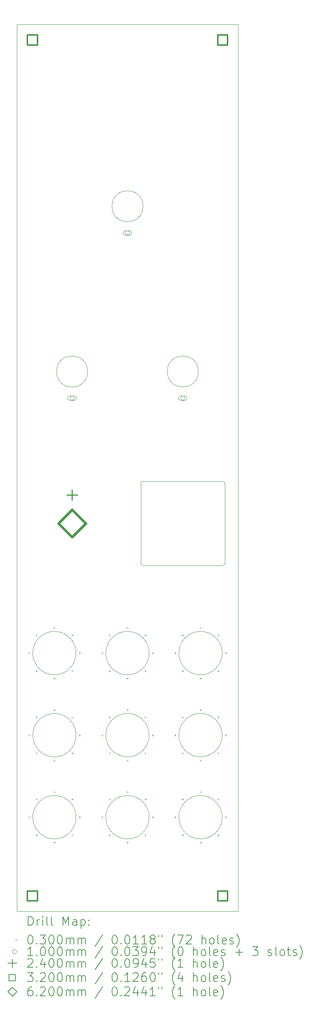
<source format=gbr>
%TF.GenerationSoftware,KiCad,Pcbnew,8.0.5*%
%TF.CreationDate,2024-12-04T18:24:07+01:00*%
%TF.ProjectId,DMH_S_H_Noise_PANEL,444d485f-535f-4485-9f4e-6f6973655f50,rev?*%
%TF.SameCoordinates,Original*%
%TF.FileFunction,Drillmap*%
%TF.FilePolarity,Positive*%
%FSLAX45Y45*%
G04 Gerber Fmt 4.5, Leading zero omitted, Abs format (unit mm)*
G04 Created by KiCad (PCBNEW 8.0.5) date 2024-12-04 18:24:07*
%MOMM*%
%LPD*%
G01*
G04 APERTURE LIST*
%ADD10C,0.050000*%
%ADD11C,0.200000*%
%ADD12C,0.100000*%
%ADD13C,0.240000*%
%ADD14C,0.320000*%
%ADD15C,0.620000*%
G04 APERTURE END LIST*
D10*
X5000000Y-3000000D02*
X10000000Y-3000000D01*
X10000000Y-23000000D01*
X5000000Y-23000000D01*
X5000000Y-3000000D01*
X9100000Y-10825000D02*
G75*
G02*
X8400000Y-10825000I-350000J0D01*
G01*
X8400000Y-10825000D02*
G75*
G02*
X9100000Y-10825000I350000J0D01*
G01*
X6600000Y-10825000D02*
G75*
G02*
X5900000Y-10825000I-350000J0D01*
G01*
X5900000Y-10825000D02*
G75*
G02*
X6600000Y-10825000I350000J0D01*
G01*
X7850000Y-7100000D02*
G75*
G02*
X7150000Y-7100000I-350000J0D01*
G01*
X7150000Y-7100000D02*
G75*
G02*
X7850000Y-7100000I350000J0D01*
G01*
X6340000Y-19025000D02*
G75*
G02*
X5360000Y-19025000I-490000J0D01*
G01*
X5360000Y-19025000D02*
G75*
G02*
X6340000Y-19025000I490000J0D01*
G01*
X7990000Y-19025000D02*
G75*
G02*
X7010000Y-19025000I-490000J0D01*
G01*
X7010000Y-19025000D02*
G75*
G02*
X7990000Y-19025000I490000J0D01*
G01*
X7800000Y-13350000D02*
X7800000Y-15150000D01*
X7850000Y-13300000D02*
X9650000Y-13300000D01*
X7850000Y-15200000D02*
X9650000Y-15200000D01*
X9700000Y-13350000D02*
X9700000Y-15150000D01*
X7800000Y-13350000D02*
G75*
G02*
X7850000Y-13300000I50000J0D01*
G01*
X7850000Y-15200000D02*
G75*
G02*
X7800000Y-15150000I0J50000D01*
G01*
X9650000Y-13300000D02*
G75*
G02*
X9700000Y-13350000I0J-50000D01*
G01*
X9700000Y-15150000D02*
G75*
G02*
X9650000Y-15200000I-50000J0D01*
G01*
X9640000Y-19025000D02*
G75*
G02*
X8660000Y-19025000I-490000J0D01*
G01*
X8660000Y-19025000D02*
G75*
G02*
X9640000Y-19025000I490000J0D01*
G01*
X6340000Y-17175000D02*
G75*
G02*
X5360000Y-17175000I-490000J0D01*
G01*
X5360000Y-17175000D02*
G75*
G02*
X6340000Y-17175000I490000J0D01*
G01*
X6340000Y-20875000D02*
G75*
G02*
X5360000Y-20875000I-490000J0D01*
G01*
X5360000Y-20875000D02*
G75*
G02*
X6340000Y-20875000I490000J0D01*
G01*
X7990000Y-20875000D02*
G75*
G02*
X7010000Y-20875000I-490000J0D01*
G01*
X7010000Y-20875000D02*
G75*
G02*
X7990000Y-20875000I490000J0D01*
G01*
X9640000Y-20875000D02*
G75*
G02*
X8660000Y-20875000I-490000J0D01*
G01*
X8660000Y-20875000D02*
G75*
G02*
X9640000Y-20875000I490000J0D01*
G01*
X7990000Y-17175000D02*
G75*
G02*
X7010000Y-17175000I-490000J0D01*
G01*
X7010000Y-17175000D02*
G75*
G02*
X7990000Y-17175000I490000J0D01*
G01*
X9640000Y-17175000D02*
G75*
G02*
X8660000Y-17175000I-490000J0D01*
G01*
X8660000Y-17175000D02*
G75*
G02*
X9640000Y-17175000I490000J0D01*
G01*
D11*
D12*
X5265000Y-17160000D02*
X5295000Y-17190000D01*
X5295000Y-17160000D02*
X5265000Y-17190000D01*
X5265000Y-19010000D02*
X5295000Y-19040000D01*
X5295000Y-19010000D02*
X5265000Y-19040000D01*
X5265000Y-20860000D02*
X5295000Y-20890000D01*
X5295000Y-20860000D02*
X5265000Y-20890000D01*
X5431000Y-16757000D02*
X5461000Y-16787000D01*
X5461000Y-16757000D02*
X5431000Y-16787000D01*
X5431000Y-18607000D02*
X5461000Y-18637000D01*
X5461000Y-18607000D02*
X5431000Y-18637000D01*
X5431000Y-20457000D02*
X5461000Y-20487000D01*
X5461000Y-20457000D02*
X5431000Y-20487000D01*
X5432000Y-17564000D02*
X5462000Y-17594000D01*
X5462000Y-17564000D02*
X5432000Y-17594000D01*
X5432000Y-19414000D02*
X5462000Y-19444000D01*
X5462000Y-19414000D02*
X5432000Y-19444000D01*
X5432000Y-21264000D02*
X5462000Y-21294000D01*
X5462000Y-21264000D02*
X5432000Y-21294000D01*
X5835000Y-16590000D02*
X5865000Y-16620000D01*
X5865000Y-16590000D02*
X5835000Y-16620000D01*
X5835000Y-17730000D02*
X5865000Y-17760000D01*
X5865000Y-17730000D02*
X5835000Y-17760000D01*
X5835000Y-18440000D02*
X5865000Y-18470000D01*
X5865000Y-18440000D02*
X5835000Y-18470000D01*
X5835000Y-19580000D02*
X5865000Y-19610000D01*
X5865000Y-19580000D02*
X5835000Y-19610000D01*
X5835000Y-20290000D02*
X5865000Y-20320000D01*
X5865000Y-20290000D02*
X5835000Y-20320000D01*
X5835000Y-21430000D02*
X5865000Y-21460000D01*
X5865000Y-21430000D02*
X5835000Y-21460000D01*
X6238000Y-17564000D02*
X6268000Y-17594000D01*
X6268000Y-17564000D02*
X6238000Y-17594000D01*
X6238000Y-19414000D02*
X6268000Y-19444000D01*
X6268000Y-19414000D02*
X6238000Y-19444000D01*
X6238000Y-21264000D02*
X6268000Y-21294000D01*
X6268000Y-21264000D02*
X6238000Y-21294000D01*
X6239000Y-16757000D02*
X6269000Y-16787000D01*
X6269000Y-16757000D02*
X6239000Y-16787000D01*
X6239000Y-18607000D02*
X6269000Y-18637000D01*
X6269000Y-18607000D02*
X6239000Y-18637000D01*
X6239000Y-20457000D02*
X6269000Y-20487000D01*
X6269000Y-20457000D02*
X6239000Y-20487000D01*
X6405000Y-17160000D02*
X6435000Y-17190000D01*
X6435000Y-17160000D02*
X6405000Y-17190000D01*
X6405000Y-19010000D02*
X6435000Y-19040000D01*
X6435000Y-19010000D02*
X6405000Y-19040000D01*
X6405000Y-20860000D02*
X6435000Y-20890000D01*
X6435000Y-20860000D02*
X6405000Y-20890000D01*
X6915000Y-17160000D02*
X6945000Y-17190000D01*
X6945000Y-17160000D02*
X6915000Y-17190000D01*
X6915000Y-19010000D02*
X6945000Y-19040000D01*
X6945000Y-19010000D02*
X6915000Y-19040000D01*
X6915000Y-20860000D02*
X6945000Y-20890000D01*
X6945000Y-20860000D02*
X6915000Y-20890000D01*
X7081000Y-16757000D02*
X7111000Y-16787000D01*
X7111000Y-16757000D02*
X7081000Y-16787000D01*
X7081000Y-18607000D02*
X7111000Y-18637000D01*
X7111000Y-18607000D02*
X7081000Y-18637000D01*
X7081000Y-20457000D02*
X7111000Y-20487000D01*
X7111000Y-20457000D02*
X7081000Y-20487000D01*
X7082000Y-17564000D02*
X7112000Y-17594000D01*
X7112000Y-17564000D02*
X7082000Y-17594000D01*
X7082000Y-19414000D02*
X7112000Y-19444000D01*
X7112000Y-19414000D02*
X7082000Y-19444000D01*
X7082000Y-21264000D02*
X7112000Y-21294000D01*
X7112000Y-21264000D02*
X7082000Y-21294000D01*
X7485000Y-16590000D02*
X7515000Y-16620000D01*
X7515000Y-16590000D02*
X7485000Y-16620000D01*
X7485000Y-17730000D02*
X7515000Y-17760000D01*
X7515000Y-17730000D02*
X7485000Y-17760000D01*
X7485000Y-18440000D02*
X7515000Y-18470000D01*
X7515000Y-18440000D02*
X7485000Y-18470000D01*
X7485000Y-19580000D02*
X7515000Y-19610000D01*
X7515000Y-19580000D02*
X7485000Y-19610000D01*
X7485000Y-20290000D02*
X7515000Y-20320000D01*
X7515000Y-20290000D02*
X7485000Y-20320000D01*
X7485000Y-21430000D02*
X7515000Y-21460000D01*
X7515000Y-21430000D02*
X7485000Y-21460000D01*
X7888000Y-17564000D02*
X7918000Y-17594000D01*
X7918000Y-17564000D02*
X7888000Y-17594000D01*
X7888000Y-19414000D02*
X7918000Y-19444000D01*
X7918000Y-19414000D02*
X7888000Y-19444000D01*
X7888000Y-21264000D02*
X7918000Y-21294000D01*
X7918000Y-21264000D02*
X7888000Y-21294000D01*
X7889000Y-16757000D02*
X7919000Y-16787000D01*
X7919000Y-16757000D02*
X7889000Y-16787000D01*
X7889000Y-18607000D02*
X7919000Y-18637000D01*
X7919000Y-18607000D02*
X7889000Y-18637000D01*
X7889000Y-20457000D02*
X7919000Y-20487000D01*
X7919000Y-20457000D02*
X7889000Y-20487000D01*
X8055000Y-17160000D02*
X8085000Y-17190000D01*
X8085000Y-17160000D02*
X8055000Y-17190000D01*
X8055000Y-19010000D02*
X8085000Y-19040000D01*
X8085000Y-19010000D02*
X8055000Y-19040000D01*
X8055000Y-20860000D02*
X8085000Y-20890000D01*
X8085000Y-20860000D02*
X8055000Y-20890000D01*
X8565000Y-17160000D02*
X8595000Y-17190000D01*
X8595000Y-17160000D02*
X8565000Y-17190000D01*
X8565000Y-19010000D02*
X8595000Y-19040000D01*
X8595000Y-19010000D02*
X8565000Y-19040000D01*
X8565000Y-20860000D02*
X8595000Y-20890000D01*
X8595000Y-20860000D02*
X8565000Y-20890000D01*
X8731000Y-16757000D02*
X8761000Y-16787000D01*
X8761000Y-16757000D02*
X8731000Y-16787000D01*
X8731000Y-18607000D02*
X8761000Y-18637000D01*
X8761000Y-18607000D02*
X8731000Y-18637000D01*
X8731000Y-20457000D02*
X8761000Y-20487000D01*
X8761000Y-20457000D02*
X8731000Y-20487000D01*
X8732000Y-17564000D02*
X8762000Y-17594000D01*
X8762000Y-17564000D02*
X8732000Y-17594000D01*
X8732000Y-19414000D02*
X8762000Y-19444000D01*
X8762000Y-19414000D02*
X8732000Y-19444000D01*
X8732000Y-21264000D02*
X8762000Y-21294000D01*
X8762000Y-21264000D02*
X8732000Y-21294000D01*
X9135000Y-16590000D02*
X9165000Y-16620000D01*
X9165000Y-16590000D02*
X9135000Y-16620000D01*
X9135000Y-17730000D02*
X9165000Y-17760000D01*
X9165000Y-17730000D02*
X9135000Y-17760000D01*
X9135000Y-18440000D02*
X9165000Y-18470000D01*
X9165000Y-18440000D02*
X9135000Y-18470000D01*
X9135000Y-19580000D02*
X9165000Y-19610000D01*
X9165000Y-19580000D02*
X9135000Y-19610000D01*
X9135000Y-20290000D02*
X9165000Y-20320000D01*
X9165000Y-20290000D02*
X9135000Y-20320000D01*
X9135000Y-21430000D02*
X9165000Y-21460000D01*
X9165000Y-21430000D02*
X9135000Y-21460000D01*
X9538000Y-17564000D02*
X9568000Y-17594000D01*
X9568000Y-17564000D02*
X9538000Y-17594000D01*
X9538000Y-19414000D02*
X9568000Y-19444000D01*
X9568000Y-19414000D02*
X9538000Y-19444000D01*
X9538000Y-21264000D02*
X9568000Y-21294000D01*
X9568000Y-21264000D02*
X9538000Y-21294000D01*
X9539000Y-16757000D02*
X9569000Y-16787000D01*
X9569000Y-16757000D02*
X9539000Y-16787000D01*
X9539000Y-18607000D02*
X9569000Y-18637000D01*
X9569000Y-18607000D02*
X9539000Y-18637000D01*
X9539000Y-20457000D02*
X9569000Y-20487000D01*
X9569000Y-20457000D02*
X9539000Y-20487000D01*
X9705000Y-17160000D02*
X9735000Y-17190000D01*
X9735000Y-17160000D02*
X9705000Y-17190000D01*
X9705000Y-19010000D02*
X9735000Y-19040000D01*
X9735000Y-19010000D02*
X9705000Y-19040000D01*
X9705000Y-20860000D02*
X9735000Y-20890000D01*
X9735000Y-20860000D02*
X9705000Y-20890000D01*
X6300000Y-11425000D02*
G75*
G02*
X6200000Y-11425000I-50000J0D01*
G01*
X6200000Y-11425000D02*
G75*
G02*
X6300000Y-11425000I50000J0D01*
G01*
X6200000Y-11475000D02*
X6300000Y-11475000D01*
X6300000Y-11375000D02*
G75*
G02*
X6300000Y-11475000I0J-50000D01*
G01*
X6300000Y-11375000D02*
X6200000Y-11375000D01*
X6200000Y-11375000D02*
G75*
G03*
X6200000Y-11475000I0J-50000D01*
G01*
X7550000Y-7700000D02*
G75*
G02*
X7450000Y-7700000I-50000J0D01*
G01*
X7450000Y-7700000D02*
G75*
G02*
X7550000Y-7700000I50000J0D01*
G01*
X7450000Y-7750000D02*
X7550000Y-7750000D01*
X7550000Y-7650000D02*
G75*
G02*
X7550000Y-7750000I0J-50000D01*
G01*
X7550000Y-7650000D02*
X7450000Y-7650000D01*
X7450000Y-7650000D02*
G75*
G03*
X7450000Y-7750000I0J-50000D01*
G01*
X8800000Y-11425000D02*
G75*
G02*
X8700000Y-11425000I-50000J0D01*
G01*
X8700000Y-11425000D02*
G75*
G02*
X8800000Y-11425000I50000J0D01*
G01*
X8700000Y-11475000D02*
X8800000Y-11475000D01*
X8800000Y-11375000D02*
G75*
G02*
X8800000Y-11475000I0J-50000D01*
G01*
X8800000Y-11375000D02*
X8700000Y-11375000D01*
X8700000Y-11375000D02*
G75*
G03*
X8700000Y-11475000I0J-50000D01*
G01*
D13*
X6250000Y-13490000D02*
X6250000Y-13730000D01*
X6130000Y-13610000D02*
X6370000Y-13610000D01*
D14*
X5463138Y-3463138D02*
X5463138Y-3236862D01*
X5236862Y-3236862D01*
X5236862Y-3463138D01*
X5463138Y-3463138D01*
X5463138Y-22763138D02*
X5463138Y-22536862D01*
X5236862Y-22536862D01*
X5236862Y-22763138D01*
X5463138Y-22763138D01*
X9763138Y-3463138D02*
X9763138Y-3236862D01*
X9536862Y-3236862D01*
X9536862Y-3463138D01*
X9763138Y-3463138D01*
X9763138Y-22763138D02*
X9763138Y-22536862D01*
X9536862Y-22536862D01*
X9536862Y-22763138D01*
X9763138Y-22763138D01*
D15*
X6250000Y-14560000D02*
X6560000Y-14250000D01*
X6250000Y-13940000D01*
X5940000Y-14250000D01*
X6250000Y-14560000D01*
D11*
X5258277Y-23313984D02*
X5258277Y-23113984D01*
X5258277Y-23113984D02*
X5305896Y-23113984D01*
X5305896Y-23113984D02*
X5334467Y-23123508D01*
X5334467Y-23123508D02*
X5353515Y-23142555D01*
X5353515Y-23142555D02*
X5363039Y-23161603D01*
X5363039Y-23161603D02*
X5372563Y-23199698D01*
X5372563Y-23199698D02*
X5372563Y-23228269D01*
X5372563Y-23228269D02*
X5363039Y-23266365D01*
X5363039Y-23266365D02*
X5353515Y-23285412D01*
X5353515Y-23285412D02*
X5334467Y-23304460D01*
X5334467Y-23304460D02*
X5305896Y-23313984D01*
X5305896Y-23313984D02*
X5258277Y-23313984D01*
X5458277Y-23313984D02*
X5458277Y-23180650D01*
X5458277Y-23218746D02*
X5467801Y-23199698D01*
X5467801Y-23199698D02*
X5477324Y-23190174D01*
X5477324Y-23190174D02*
X5496372Y-23180650D01*
X5496372Y-23180650D02*
X5515420Y-23180650D01*
X5582086Y-23313984D02*
X5582086Y-23180650D01*
X5582086Y-23113984D02*
X5572563Y-23123508D01*
X5572563Y-23123508D02*
X5582086Y-23133031D01*
X5582086Y-23133031D02*
X5591610Y-23123508D01*
X5591610Y-23123508D02*
X5582086Y-23113984D01*
X5582086Y-23113984D02*
X5582086Y-23133031D01*
X5705896Y-23313984D02*
X5686848Y-23304460D01*
X5686848Y-23304460D02*
X5677324Y-23285412D01*
X5677324Y-23285412D02*
X5677324Y-23113984D01*
X5810658Y-23313984D02*
X5791610Y-23304460D01*
X5791610Y-23304460D02*
X5782086Y-23285412D01*
X5782086Y-23285412D02*
X5782086Y-23113984D01*
X6039229Y-23313984D02*
X6039229Y-23113984D01*
X6039229Y-23113984D02*
X6105896Y-23256841D01*
X6105896Y-23256841D02*
X6172562Y-23113984D01*
X6172562Y-23113984D02*
X6172562Y-23313984D01*
X6353515Y-23313984D02*
X6353515Y-23209222D01*
X6353515Y-23209222D02*
X6343991Y-23190174D01*
X6343991Y-23190174D02*
X6324943Y-23180650D01*
X6324943Y-23180650D02*
X6286848Y-23180650D01*
X6286848Y-23180650D02*
X6267801Y-23190174D01*
X6353515Y-23304460D02*
X6334467Y-23313984D01*
X6334467Y-23313984D02*
X6286848Y-23313984D01*
X6286848Y-23313984D02*
X6267801Y-23304460D01*
X6267801Y-23304460D02*
X6258277Y-23285412D01*
X6258277Y-23285412D02*
X6258277Y-23266365D01*
X6258277Y-23266365D02*
X6267801Y-23247317D01*
X6267801Y-23247317D02*
X6286848Y-23237793D01*
X6286848Y-23237793D02*
X6334467Y-23237793D01*
X6334467Y-23237793D02*
X6353515Y-23228269D01*
X6448753Y-23180650D02*
X6448753Y-23380650D01*
X6448753Y-23190174D02*
X6467801Y-23180650D01*
X6467801Y-23180650D02*
X6505896Y-23180650D01*
X6505896Y-23180650D02*
X6524943Y-23190174D01*
X6524943Y-23190174D02*
X6534467Y-23199698D01*
X6534467Y-23199698D02*
X6543991Y-23218746D01*
X6543991Y-23218746D02*
X6543991Y-23275888D01*
X6543991Y-23275888D02*
X6534467Y-23294936D01*
X6534467Y-23294936D02*
X6524943Y-23304460D01*
X6524943Y-23304460D02*
X6505896Y-23313984D01*
X6505896Y-23313984D02*
X6467801Y-23313984D01*
X6467801Y-23313984D02*
X6448753Y-23304460D01*
X6629705Y-23294936D02*
X6639229Y-23304460D01*
X6639229Y-23304460D02*
X6629705Y-23313984D01*
X6629705Y-23313984D02*
X6620182Y-23304460D01*
X6620182Y-23304460D02*
X6629705Y-23294936D01*
X6629705Y-23294936D02*
X6629705Y-23313984D01*
X6629705Y-23190174D02*
X6639229Y-23199698D01*
X6639229Y-23199698D02*
X6629705Y-23209222D01*
X6629705Y-23209222D02*
X6620182Y-23199698D01*
X6620182Y-23199698D02*
X6629705Y-23190174D01*
X6629705Y-23190174D02*
X6629705Y-23209222D01*
D12*
X4967500Y-23627500D02*
X4997500Y-23657500D01*
X4997500Y-23627500D02*
X4967500Y-23657500D01*
D11*
X5296372Y-23533984D02*
X5315420Y-23533984D01*
X5315420Y-23533984D02*
X5334467Y-23543508D01*
X5334467Y-23543508D02*
X5343991Y-23553031D01*
X5343991Y-23553031D02*
X5353515Y-23572079D01*
X5353515Y-23572079D02*
X5363039Y-23610174D01*
X5363039Y-23610174D02*
X5363039Y-23657793D01*
X5363039Y-23657793D02*
X5353515Y-23695888D01*
X5353515Y-23695888D02*
X5343991Y-23714936D01*
X5343991Y-23714936D02*
X5334467Y-23724460D01*
X5334467Y-23724460D02*
X5315420Y-23733984D01*
X5315420Y-23733984D02*
X5296372Y-23733984D01*
X5296372Y-23733984D02*
X5277324Y-23724460D01*
X5277324Y-23724460D02*
X5267801Y-23714936D01*
X5267801Y-23714936D02*
X5258277Y-23695888D01*
X5258277Y-23695888D02*
X5248753Y-23657793D01*
X5248753Y-23657793D02*
X5248753Y-23610174D01*
X5248753Y-23610174D02*
X5258277Y-23572079D01*
X5258277Y-23572079D02*
X5267801Y-23553031D01*
X5267801Y-23553031D02*
X5277324Y-23543508D01*
X5277324Y-23543508D02*
X5296372Y-23533984D01*
X5448753Y-23714936D02*
X5458277Y-23724460D01*
X5458277Y-23724460D02*
X5448753Y-23733984D01*
X5448753Y-23733984D02*
X5439229Y-23724460D01*
X5439229Y-23724460D02*
X5448753Y-23714936D01*
X5448753Y-23714936D02*
X5448753Y-23733984D01*
X5524944Y-23533984D02*
X5648753Y-23533984D01*
X5648753Y-23533984D02*
X5582086Y-23610174D01*
X5582086Y-23610174D02*
X5610658Y-23610174D01*
X5610658Y-23610174D02*
X5629705Y-23619698D01*
X5629705Y-23619698D02*
X5639229Y-23629222D01*
X5639229Y-23629222D02*
X5648753Y-23648269D01*
X5648753Y-23648269D02*
X5648753Y-23695888D01*
X5648753Y-23695888D02*
X5639229Y-23714936D01*
X5639229Y-23714936D02*
X5629705Y-23724460D01*
X5629705Y-23724460D02*
X5610658Y-23733984D01*
X5610658Y-23733984D02*
X5553515Y-23733984D01*
X5553515Y-23733984D02*
X5534467Y-23724460D01*
X5534467Y-23724460D02*
X5524944Y-23714936D01*
X5772562Y-23533984D02*
X5791610Y-23533984D01*
X5791610Y-23533984D02*
X5810658Y-23543508D01*
X5810658Y-23543508D02*
X5820182Y-23553031D01*
X5820182Y-23553031D02*
X5829705Y-23572079D01*
X5829705Y-23572079D02*
X5839229Y-23610174D01*
X5839229Y-23610174D02*
X5839229Y-23657793D01*
X5839229Y-23657793D02*
X5829705Y-23695888D01*
X5829705Y-23695888D02*
X5820182Y-23714936D01*
X5820182Y-23714936D02*
X5810658Y-23724460D01*
X5810658Y-23724460D02*
X5791610Y-23733984D01*
X5791610Y-23733984D02*
X5772562Y-23733984D01*
X5772562Y-23733984D02*
X5753515Y-23724460D01*
X5753515Y-23724460D02*
X5743991Y-23714936D01*
X5743991Y-23714936D02*
X5734467Y-23695888D01*
X5734467Y-23695888D02*
X5724943Y-23657793D01*
X5724943Y-23657793D02*
X5724943Y-23610174D01*
X5724943Y-23610174D02*
X5734467Y-23572079D01*
X5734467Y-23572079D02*
X5743991Y-23553031D01*
X5743991Y-23553031D02*
X5753515Y-23543508D01*
X5753515Y-23543508D02*
X5772562Y-23533984D01*
X5963039Y-23533984D02*
X5982086Y-23533984D01*
X5982086Y-23533984D02*
X6001134Y-23543508D01*
X6001134Y-23543508D02*
X6010658Y-23553031D01*
X6010658Y-23553031D02*
X6020182Y-23572079D01*
X6020182Y-23572079D02*
X6029705Y-23610174D01*
X6029705Y-23610174D02*
X6029705Y-23657793D01*
X6029705Y-23657793D02*
X6020182Y-23695888D01*
X6020182Y-23695888D02*
X6010658Y-23714936D01*
X6010658Y-23714936D02*
X6001134Y-23724460D01*
X6001134Y-23724460D02*
X5982086Y-23733984D01*
X5982086Y-23733984D02*
X5963039Y-23733984D01*
X5963039Y-23733984D02*
X5943991Y-23724460D01*
X5943991Y-23724460D02*
X5934467Y-23714936D01*
X5934467Y-23714936D02*
X5924943Y-23695888D01*
X5924943Y-23695888D02*
X5915420Y-23657793D01*
X5915420Y-23657793D02*
X5915420Y-23610174D01*
X5915420Y-23610174D02*
X5924943Y-23572079D01*
X5924943Y-23572079D02*
X5934467Y-23553031D01*
X5934467Y-23553031D02*
X5943991Y-23543508D01*
X5943991Y-23543508D02*
X5963039Y-23533984D01*
X6115420Y-23733984D02*
X6115420Y-23600650D01*
X6115420Y-23619698D02*
X6124943Y-23610174D01*
X6124943Y-23610174D02*
X6143991Y-23600650D01*
X6143991Y-23600650D02*
X6172563Y-23600650D01*
X6172563Y-23600650D02*
X6191610Y-23610174D01*
X6191610Y-23610174D02*
X6201134Y-23629222D01*
X6201134Y-23629222D02*
X6201134Y-23733984D01*
X6201134Y-23629222D02*
X6210658Y-23610174D01*
X6210658Y-23610174D02*
X6229705Y-23600650D01*
X6229705Y-23600650D02*
X6258277Y-23600650D01*
X6258277Y-23600650D02*
X6277324Y-23610174D01*
X6277324Y-23610174D02*
X6286848Y-23629222D01*
X6286848Y-23629222D02*
X6286848Y-23733984D01*
X6382086Y-23733984D02*
X6382086Y-23600650D01*
X6382086Y-23619698D02*
X6391610Y-23610174D01*
X6391610Y-23610174D02*
X6410658Y-23600650D01*
X6410658Y-23600650D02*
X6439229Y-23600650D01*
X6439229Y-23600650D02*
X6458277Y-23610174D01*
X6458277Y-23610174D02*
X6467801Y-23629222D01*
X6467801Y-23629222D02*
X6467801Y-23733984D01*
X6467801Y-23629222D02*
X6477324Y-23610174D01*
X6477324Y-23610174D02*
X6496372Y-23600650D01*
X6496372Y-23600650D02*
X6524943Y-23600650D01*
X6524943Y-23600650D02*
X6543991Y-23610174D01*
X6543991Y-23610174D02*
X6553515Y-23629222D01*
X6553515Y-23629222D02*
X6553515Y-23733984D01*
X6943991Y-23524460D02*
X6772563Y-23781603D01*
X7201134Y-23533984D02*
X7220182Y-23533984D01*
X7220182Y-23533984D02*
X7239229Y-23543508D01*
X7239229Y-23543508D02*
X7248753Y-23553031D01*
X7248753Y-23553031D02*
X7258277Y-23572079D01*
X7258277Y-23572079D02*
X7267801Y-23610174D01*
X7267801Y-23610174D02*
X7267801Y-23657793D01*
X7267801Y-23657793D02*
X7258277Y-23695888D01*
X7258277Y-23695888D02*
X7248753Y-23714936D01*
X7248753Y-23714936D02*
X7239229Y-23724460D01*
X7239229Y-23724460D02*
X7220182Y-23733984D01*
X7220182Y-23733984D02*
X7201134Y-23733984D01*
X7201134Y-23733984D02*
X7182086Y-23724460D01*
X7182086Y-23724460D02*
X7172563Y-23714936D01*
X7172563Y-23714936D02*
X7163039Y-23695888D01*
X7163039Y-23695888D02*
X7153515Y-23657793D01*
X7153515Y-23657793D02*
X7153515Y-23610174D01*
X7153515Y-23610174D02*
X7163039Y-23572079D01*
X7163039Y-23572079D02*
X7172563Y-23553031D01*
X7172563Y-23553031D02*
X7182086Y-23543508D01*
X7182086Y-23543508D02*
X7201134Y-23533984D01*
X7353515Y-23714936D02*
X7363039Y-23724460D01*
X7363039Y-23724460D02*
X7353515Y-23733984D01*
X7353515Y-23733984D02*
X7343991Y-23724460D01*
X7343991Y-23724460D02*
X7353515Y-23714936D01*
X7353515Y-23714936D02*
X7353515Y-23733984D01*
X7486848Y-23533984D02*
X7505896Y-23533984D01*
X7505896Y-23533984D02*
X7524944Y-23543508D01*
X7524944Y-23543508D02*
X7534467Y-23553031D01*
X7534467Y-23553031D02*
X7543991Y-23572079D01*
X7543991Y-23572079D02*
X7553515Y-23610174D01*
X7553515Y-23610174D02*
X7553515Y-23657793D01*
X7553515Y-23657793D02*
X7543991Y-23695888D01*
X7543991Y-23695888D02*
X7534467Y-23714936D01*
X7534467Y-23714936D02*
X7524944Y-23724460D01*
X7524944Y-23724460D02*
X7505896Y-23733984D01*
X7505896Y-23733984D02*
X7486848Y-23733984D01*
X7486848Y-23733984D02*
X7467801Y-23724460D01*
X7467801Y-23724460D02*
X7458277Y-23714936D01*
X7458277Y-23714936D02*
X7448753Y-23695888D01*
X7448753Y-23695888D02*
X7439229Y-23657793D01*
X7439229Y-23657793D02*
X7439229Y-23610174D01*
X7439229Y-23610174D02*
X7448753Y-23572079D01*
X7448753Y-23572079D02*
X7458277Y-23553031D01*
X7458277Y-23553031D02*
X7467801Y-23543508D01*
X7467801Y-23543508D02*
X7486848Y-23533984D01*
X7743991Y-23733984D02*
X7629706Y-23733984D01*
X7686848Y-23733984D02*
X7686848Y-23533984D01*
X7686848Y-23533984D02*
X7667801Y-23562555D01*
X7667801Y-23562555D02*
X7648753Y-23581603D01*
X7648753Y-23581603D02*
X7629706Y-23591127D01*
X7934467Y-23733984D02*
X7820182Y-23733984D01*
X7877325Y-23733984D02*
X7877325Y-23533984D01*
X7877325Y-23533984D02*
X7858277Y-23562555D01*
X7858277Y-23562555D02*
X7839229Y-23581603D01*
X7839229Y-23581603D02*
X7820182Y-23591127D01*
X8048753Y-23619698D02*
X8029706Y-23610174D01*
X8029706Y-23610174D02*
X8020182Y-23600650D01*
X8020182Y-23600650D02*
X8010658Y-23581603D01*
X8010658Y-23581603D02*
X8010658Y-23572079D01*
X8010658Y-23572079D02*
X8020182Y-23553031D01*
X8020182Y-23553031D02*
X8029706Y-23543508D01*
X8029706Y-23543508D02*
X8048753Y-23533984D01*
X8048753Y-23533984D02*
X8086848Y-23533984D01*
X8086848Y-23533984D02*
X8105896Y-23543508D01*
X8105896Y-23543508D02*
X8115420Y-23553031D01*
X8115420Y-23553031D02*
X8124944Y-23572079D01*
X8124944Y-23572079D02*
X8124944Y-23581603D01*
X8124944Y-23581603D02*
X8115420Y-23600650D01*
X8115420Y-23600650D02*
X8105896Y-23610174D01*
X8105896Y-23610174D02*
X8086848Y-23619698D01*
X8086848Y-23619698D02*
X8048753Y-23619698D01*
X8048753Y-23619698D02*
X8029706Y-23629222D01*
X8029706Y-23629222D02*
X8020182Y-23638746D01*
X8020182Y-23638746D02*
X8010658Y-23657793D01*
X8010658Y-23657793D02*
X8010658Y-23695888D01*
X8010658Y-23695888D02*
X8020182Y-23714936D01*
X8020182Y-23714936D02*
X8029706Y-23724460D01*
X8029706Y-23724460D02*
X8048753Y-23733984D01*
X8048753Y-23733984D02*
X8086848Y-23733984D01*
X8086848Y-23733984D02*
X8105896Y-23724460D01*
X8105896Y-23724460D02*
X8115420Y-23714936D01*
X8115420Y-23714936D02*
X8124944Y-23695888D01*
X8124944Y-23695888D02*
X8124944Y-23657793D01*
X8124944Y-23657793D02*
X8115420Y-23638746D01*
X8115420Y-23638746D02*
X8105896Y-23629222D01*
X8105896Y-23629222D02*
X8086848Y-23619698D01*
X8201134Y-23533984D02*
X8201134Y-23572079D01*
X8277325Y-23533984D02*
X8277325Y-23572079D01*
X8572563Y-23810174D02*
X8563039Y-23800650D01*
X8563039Y-23800650D02*
X8543991Y-23772079D01*
X8543991Y-23772079D02*
X8534468Y-23753031D01*
X8534468Y-23753031D02*
X8524944Y-23724460D01*
X8524944Y-23724460D02*
X8515420Y-23676841D01*
X8515420Y-23676841D02*
X8515420Y-23638746D01*
X8515420Y-23638746D02*
X8524944Y-23591127D01*
X8524944Y-23591127D02*
X8534468Y-23562555D01*
X8534468Y-23562555D02*
X8543991Y-23543508D01*
X8543991Y-23543508D02*
X8563039Y-23514936D01*
X8563039Y-23514936D02*
X8572563Y-23505412D01*
X8629706Y-23533984D02*
X8763039Y-23533984D01*
X8763039Y-23533984D02*
X8677325Y-23733984D01*
X8829706Y-23553031D02*
X8839230Y-23543508D01*
X8839230Y-23543508D02*
X8858277Y-23533984D01*
X8858277Y-23533984D02*
X8905896Y-23533984D01*
X8905896Y-23533984D02*
X8924944Y-23543508D01*
X8924944Y-23543508D02*
X8934468Y-23553031D01*
X8934468Y-23553031D02*
X8943991Y-23572079D01*
X8943991Y-23572079D02*
X8943991Y-23591127D01*
X8943991Y-23591127D02*
X8934468Y-23619698D01*
X8934468Y-23619698D02*
X8820182Y-23733984D01*
X8820182Y-23733984D02*
X8943991Y-23733984D01*
X9182087Y-23733984D02*
X9182087Y-23533984D01*
X9267801Y-23733984D02*
X9267801Y-23629222D01*
X9267801Y-23629222D02*
X9258277Y-23610174D01*
X9258277Y-23610174D02*
X9239230Y-23600650D01*
X9239230Y-23600650D02*
X9210658Y-23600650D01*
X9210658Y-23600650D02*
X9191611Y-23610174D01*
X9191611Y-23610174D02*
X9182087Y-23619698D01*
X9391611Y-23733984D02*
X9372563Y-23724460D01*
X9372563Y-23724460D02*
X9363039Y-23714936D01*
X9363039Y-23714936D02*
X9353515Y-23695888D01*
X9353515Y-23695888D02*
X9353515Y-23638746D01*
X9353515Y-23638746D02*
X9363039Y-23619698D01*
X9363039Y-23619698D02*
X9372563Y-23610174D01*
X9372563Y-23610174D02*
X9391611Y-23600650D01*
X9391611Y-23600650D02*
X9420182Y-23600650D01*
X9420182Y-23600650D02*
X9439230Y-23610174D01*
X9439230Y-23610174D02*
X9448753Y-23619698D01*
X9448753Y-23619698D02*
X9458277Y-23638746D01*
X9458277Y-23638746D02*
X9458277Y-23695888D01*
X9458277Y-23695888D02*
X9448753Y-23714936D01*
X9448753Y-23714936D02*
X9439230Y-23724460D01*
X9439230Y-23724460D02*
X9420182Y-23733984D01*
X9420182Y-23733984D02*
X9391611Y-23733984D01*
X9572563Y-23733984D02*
X9553515Y-23724460D01*
X9553515Y-23724460D02*
X9543992Y-23705412D01*
X9543992Y-23705412D02*
X9543992Y-23533984D01*
X9724944Y-23724460D02*
X9705896Y-23733984D01*
X9705896Y-23733984D02*
X9667801Y-23733984D01*
X9667801Y-23733984D02*
X9648753Y-23724460D01*
X9648753Y-23724460D02*
X9639230Y-23705412D01*
X9639230Y-23705412D02*
X9639230Y-23629222D01*
X9639230Y-23629222D02*
X9648753Y-23610174D01*
X9648753Y-23610174D02*
X9667801Y-23600650D01*
X9667801Y-23600650D02*
X9705896Y-23600650D01*
X9705896Y-23600650D02*
X9724944Y-23610174D01*
X9724944Y-23610174D02*
X9734468Y-23629222D01*
X9734468Y-23629222D02*
X9734468Y-23648269D01*
X9734468Y-23648269D02*
X9639230Y-23667317D01*
X9810658Y-23724460D02*
X9829706Y-23733984D01*
X9829706Y-23733984D02*
X9867801Y-23733984D01*
X9867801Y-23733984D02*
X9886849Y-23724460D01*
X9886849Y-23724460D02*
X9896373Y-23705412D01*
X9896373Y-23705412D02*
X9896373Y-23695888D01*
X9896373Y-23695888D02*
X9886849Y-23676841D01*
X9886849Y-23676841D02*
X9867801Y-23667317D01*
X9867801Y-23667317D02*
X9839230Y-23667317D01*
X9839230Y-23667317D02*
X9820182Y-23657793D01*
X9820182Y-23657793D02*
X9810658Y-23638746D01*
X9810658Y-23638746D02*
X9810658Y-23629222D01*
X9810658Y-23629222D02*
X9820182Y-23610174D01*
X9820182Y-23610174D02*
X9839230Y-23600650D01*
X9839230Y-23600650D02*
X9867801Y-23600650D01*
X9867801Y-23600650D02*
X9886849Y-23610174D01*
X9963039Y-23810174D02*
X9972563Y-23800650D01*
X9972563Y-23800650D02*
X9991611Y-23772079D01*
X9991611Y-23772079D02*
X10001134Y-23753031D01*
X10001134Y-23753031D02*
X10010658Y-23724460D01*
X10010658Y-23724460D02*
X10020182Y-23676841D01*
X10020182Y-23676841D02*
X10020182Y-23638746D01*
X10020182Y-23638746D02*
X10010658Y-23591127D01*
X10010658Y-23591127D02*
X10001134Y-23562555D01*
X10001134Y-23562555D02*
X9991611Y-23543508D01*
X9991611Y-23543508D02*
X9972563Y-23514936D01*
X9972563Y-23514936D02*
X9963039Y-23505412D01*
D12*
X4997500Y-23906500D02*
G75*
G02*
X4897500Y-23906500I-50000J0D01*
G01*
X4897500Y-23906500D02*
G75*
G02*
X4997500Y-23906500I50000J0D01*
G01*
D11*
X5363039Y-23997984D02*
X5248753Y-23997984D01*
X5305896Y-23997984D02*
X5305896Y-23797984D01*
X5305896Y-23797984D02*
X5286848Y-23826555D01*
X5286848Y-23826555D02*
X5267801Y-23845603D01*
X5267801Y-23845603D02*
X5248753Y-23855127D01*
X5448753Y-23978936D02*
X5458277Y-23988460D01*
X5458277Y-23988460D02*
X5448753Y-23997984D01*
X5448753Y-23997984D02*
X5439229Y-23988460D01*
X5439229Y-23988460D02*
X5448753Y-23978936D01*
X5448753Y-23978936D02*
X5448753Y-23997984D01*
X5582086Y-23797984D02*
X5601134Y-23797984D01*
X5601134Y-23797984D02*
X5620182Y-23807508D01*
X5620182Y-23807508D02*
X5629705Y-23817031D01*
X5629705Y-23817031D02*
X5639229Y-23836079D01*
X5639229Y-23836079D02*
X5648753Y-23874174D01*
X5648753Y-23874174D02*
X5648753Y-23921793D01*
X5648753Y-23921793D02*
X5639229Y-23959888D01*
X5639229Y-23959888D02*
X5629705Y-23978936D01*
X5629705Y-23978936D02*
X5620182Y-23988460D01*
X5620182Y-23988460D02*
X5601134Y-23997984D01*
X5601134Y-23997984D02*
X5582086Y-23997984D01*
X5582086Y-23997984D02*
X5563039Y-23988460D01*
X5563039Y-23988460D02*
X5553515Y-23978936D01*
X5553515Y-23978936D02*
X5543991Y-23959888D01*
X5543991Y-23959888D02*
X5534467Y-23921793D01*
X5534467Y-23921793D02*
X5534467Y-23874174D01*
X5534467Y-23874174D02*
X5543991Y-23836079D01*
X5543991Y-23836079D02*
X5553515Y-23817031D01*
X5553515Y-23817031D02*
X5563039Y-23807508D01*
X5563039Y-23807508D02*
X5582086Y-23797984D01*
X5772562Y-23797984D02*
X5791610Y-23797984D01*
X5791610Y-23797984D02*
X5810658Y-23807508D01*
X5810658Y-23807508D02*
X5820182Y-23817031D01*
X5820182Y-23817031D02*
X5829705Y-23836079D01*
X5829705Y-23836079D02*
X5839229Y-23874174D01*
X5839229Y-23874174D02*
X5839229Y-23921793D01*
X5839229Y-23921793D02*
X5829705Y-23959888D01*
X5829705Y-23959888D02*
X5820182Y-23978936D01*
X5820182Y-23978936D02*
X5810658Y-23988460D01*
X5810658Y-23988460D02*
X5791610Y-23997984D01*
X5791610Y-23997984D02*
X5772562Y-23997984D01*
X5772562Y-23997984D02*
X5753515Y-23988460D01*
X5753515Y-23988460D02*
X5743991Y-23978936D01*
X5743991Y-23978936D02*
X5734467Y-23959888D01*
X5734467Y-23959888D02*
X5724943Y-23921793D01*
X5724943Y-23921793D02*
X5724943Y-23874174D01*
X5724943Y-23874174D02*
X5734467Y-23836079D01*
X5734467Y-23836079D02*
X5743991Y-23817031D01*
X5743991Y-23817031D02*
X5753515Y-23807508D01*
X5753515Y-23807508D02*
X5772562Y-23797984D01*
X5963039Y-23797984D02*
X5982086Y-23797984D01*
X5982086Y-23797984D02*
X6001134Y-23807508D01*
X6001134Y-23807508D02*
X6010658Y-23817031D01*
X6010658Y-23817031D02*
X6020182Y-23836079D01*
X6020182Y-23836079D02*
X6029705Y-23874174D01*
X6029705Y-23874174D02*
X6029705Y-23921793D01*
X6029705Y-23921793D02*
X6020182Y-23959888D01*
X6020182Y-23959888D02*
X6010658Y-23978936D01*
X6010658Y-23978936D02*
X6001134Y-23988460D01*
X6001134Y-23988460D02*
X5982086Y-23997984D01*
X5982086Y-23997984D02*
X5963039Y-23997984D01*
X5963039Y-23997984D02*
X5943991Y-23988460D01*
X5943991Y-23988460D02*
X5934467Y-23978936D01*
X5934467Y-23978936D02*
X5924943Y-23959888D01*
X5924943Y-23959888D02*
X5915420Y-23921793D01*
X5915420Y-23921793D02*
X5915420Y-23874174D01*
X5915420Y-23874174D02*
X5924943Y-23836079D01*
X5924943Y-23836079D02*
X5934467Y-23817031D01*
X5934467Y-23817031D02*
X5943991Y-23807508D01*
X5943991Y-23807508D02*
X5963039Y-23797984D01*
X6115420Y-23997984D02*
X6115420Y-23864650D01*
X6115420Y-23883698D02*
X6124943Y-23874174D01*
X6124943Y-23874174D02*
X6143991Y-23864650D01*
X6143991Y-23864650D02*
X6172563Y-23864650D01*
X6172563Y-23864650D02*
X6191610Y-23874174D01*
X6191610Y-23874174D02*
X6201134Y-23893222D01*
X6201134Y-23893222D02*
X6201134Y-23997984D01*
X6201134Y-23893222D02*
X6210658Y-23874174D01*
X6210658Y-23874174D02*
X6229705Y-23864650D01*
X6229705Y-23864650D02*
X6258277Y-23864650D01*
X6258277Y-23864650D02*
X6277324Y-23874174D01*
X6277324Y-23874174D02*
X6286848Y-23893222D01*
X6286848Y-23893222D02*
X6286848Y-23997984D01*
X6382086Y-23997984D02*
X6382086Y-23864650D01*
X6382086Y-23883698D02*
X6391610Y-23874174D01*
X6391610Y-23874174D02*
X6410658Y-23864650D01*
X6410658Y-23864650D02*
X6439229Y-23864650D01*
X6439229Y-23864650D02*
X6458277Y-23874174D01*
X6458277Y-23874174D02*
X6467801Y-23893222D01*
X6467801Y-23893222D02*
X6467801Y-23997984D01*
X6467801Y-23893222D02*
X6477324Y-23874174D01*
X6477324Y-23874174D02*
X6496372Y-23864650D01*
X6496372Y-23864650D02*
X6524943Y-23864650D01*
X6524943Y-23864650D02*
X6543991Y-23874174D01*
X6543991Y-23874174D02*
X6553515Y-23893222D01*
X6553515Y-23893222D02*
X6553515Y-23997984D01*
X6943991Y-23788460D02*
X6772563Y-24045603D01*
X7201134Y-23797984D02*
X7220182Y-23797984D01*
X7220182Y-23797984D02*
X7239229Y-23807508D01*
X7239229Y-23807508D02*
X7248753Y-23817031D01*
X7248753Y-23817031D02*
X7258277Y-23836079D01*
X7258277Y-23836079D02*
X7267801Y-23874174D01*
X7267801Y-23874174D02*
X7267801Y-23921793D01*
X7267801Y-23921793D02*
X7258277Y-23959888D01*
X7258277Y-23959888D02*
X7248753Y-23978936D01*
X7248753Y-23978936D02*
X7239229Y-23988460D01*
X7239229Y-23988460D02*
X7220182Y-23997984D01*
X7220182Y-23997984D02*
X7201134Y-23997984D01*
X7201134Y-23997984D02*
X7182086Y-23988460D01*
X7182086Y-23988460D02*
X7172563Y-23978936D01*
X7172563Y-23978936D02*
X7163039Y-23959888D01*
X7163039Y-23959888D02*
X7153515Y-23921793D01*
X7153515Y-23921793D02*
X7153515Y-23874174D01*
X7153515Y-23874174D02*
X7163039Y-23836079D01*
X7163039Y-23836079D02*
X7172563Y-23817031D01*
X7172563Y-23817031D02*
X7182086Y-23807508D01*
X7182086Y-23807508D02*
X7201134Y-23797984D01*
X7353515Y-23978936D02*
X7363039Y-23988460D01*
X7363039Y-23988460D02*
X7353515Y-23997984D01*
X7353515Y-23997984D02*
X7343991Y-23988460D01*
X7343991Y-23988460D02*
X7353515Y-23978936D01*
X7353515Y-23978936D02*
X7353515Y-23997984D01*
X7486848Y-23797984D02*
X7505896Y-23797984D01*
X7505896Y-23797984D02*
X7524944Y-23807508D01*
X7524944Y-23807508D02*
X7534467Y-23817031D01*
X7534467Y-23817031D02*
X7543991Y-23836079D01*
X7543991Y-23836079D02*
X7553515Y-23874174D01*
X7553515Y-23874174D02*
X7553515Y-23921793D01*
X7553515Y-23921793D02*
X7543991Y-23959888D01*
X7543991Y-23959888D02*
X7534467Y-23978936D01*
X7534467Y-23978936D02*
X7524944Y-23988460D01*
X7524944Y-23988460D02*
X7505896Y-23997984D01*
X7505896Y-23997984D02*
X7486848Y-23997984D01*
X7486848Y-23997984D02*
X7467801Y-23988460D01*
X7467801Y-23988460D02*
X7458277Y-23978936D01*
X7458277Y-23978936D02*
X7448753Y-23959888D01*
X7448753Y-23959888D02*
X7439229Y-23921793D01*
X7439229Y-23921793D02*
X7439229Y-23874174D01*
X7439229Y-23874174D02*
X7448753Y-23836079D01*
X7448753Y-23836079D02*
X7458277Y-23817031D01*
X7458277Y-23817031D02*
X7467801Y-23807508D01*
X7467801Y-23807508D02*
X7486848Y-23797984D01*
X7620182Y-23797984D02*
X7743991Y-23797984D01*
X7743991Y-23797984D02*
X7677325Y-23874174D01*
X7677325Y-23874174D02*
X7705896Y-23874174D01*
X7705896Y-23874174D02*
X7724944Y-23883698D01*
X7724944Y-23883698D02*
X7734467Y-23893222D01*
X7734467Y-23893222D02*
X7743991Y-23912269D01*
X7743991Y-23912269D02*
X7743991Y-23959888D01*
X7743991Y-23959888D02*
X7734467Y-23978936D01*
X7734467Y-23978936D02*
X7724944Y-23988460D01*
X7724944Y-23988460D02*
X7705896Y-23997984D01*
X7705896Y-23997984D02*
X7648753Y-23997984D01*
X7648753Y-23997984D02*
X7629706Y-23988460D01*
X7629706Y-23988460D02*
X7620182Y-23978936D01*
X7839229Y-23997984D02*
X7877325Y-23997984D01*
X7877325Y-23997984D02*
X7896372Y-23988460D01*
X7896372Y-23988460D02*
X7905896Y-23978936D01*
X7905896Y-23978936D02*
X7924944Y-23950365D01*
X7924944Y-23950365D02*
X7934467Y-23912269D01*
X7934467Y-23912269D02*
X7934467Y-23836079D01*
X7934467Y-23836079D02*
X7924944Y-23817031D01*
X7924944Y-23817031D02*
X7915420Y-23807508D01*
X7915420Y-23807508D02*
X7896372Y-23797984D01*
X7896372Y-23797984D02*
X7858277Y-23797984D01*
X7858277Y-23797984D02*
X7839229Y-23807508D01*
X7839229Y-23807508D02*
X7829706Y-23817031D01*
X7829706Y-23817031D02*
X7820182Y-23836079D01*
X7820182Y-23836079D02*
X7820182Y-23883698D01*
X7820182Y-23883698D02*
X7829706Y-23902746D01*
X7829706Y-23902746D02*
X7839229Y-23912269D01*
X7839229Y-23912269D02*
X7858277Y-23921793D01*
X7858277Y-23921793D02*
X7896372Y-23921793D01*
X7896372Y-23921793D02*
X7915420Y-23912269D01*
X7915420Y-23912269D02*
X7924944Y-23902746D01*
X7924944Y-23902746D02*
X7934467Y-23883698D01*
X8105896Y-23864650D02*
X8105896Y-23997984D01*
X8058277Y-23788460D02*
X8010658Y-23931317D01*
X8010658Y-23931317D02*
X8134467Y-23931317D01*
X8201134Y-23797984D02*
X8201134Y-23836079D01*
X8277325Y-23797984D02*
X8277325Y-23836079D01*
X8572563Y-24074174D02*
X8563039Y-24064650D01*
X8563039Y-24064650D02*
X8543991Y-24036079D01*
X8543991Y-24036079D02*
X8534468Y-24017031D01*
X8534468Y-24017031D02*
X8524944Y-23988460D01*
X8524944Y-23988460D02*
X8515420Y-23940841D01*
X8515420Y-23940841D02*
X8515420Y-23902746D01*
X8515420Y-23902746D02*
X8524944Y-23855127D01*
X8524944Y-23855127D02*
X8534468Y-23826555D01*
X8534468Y-23826555D02*
X8543991Y-23807508D01*
X8543991Y-23807508D02*
X8563039Y-23778936D01*
X8563039Y-23778936D02*
X8572563Y-23769412D01*
X8686849Y-23797984D02*
X8705896Y-23797984D01*
X8705896Y-23797984D02*
X8724944Y-23807508D01*
X8724944Y-23807508D02*
X8734468Y-23817031D01*
X8734468Y-23817031D02*
X8743991Y-23836079D01*
X8743991Y-23836079D02*
X8753515Y-23874174D01*
X8753515Y-23874174D02*
X8753515Y-23921793D01*
X8753515Y-23921793D02*
X8743991Y-23959888D01*
X8743991Y-23959888D02*
X8734468Y-23978936D01*
X8734468Y-23978936D02*
X8724944Y-23988460D01*
X8724944Y-23988460D02*
X8705896Y-23997984D01*
X8705896Y-23997984D02*
X8686849Y-23997984D01*
X8686849Y-23997984D02*
X8667801Y-23988460D01*
X8667801Y-23988460D02*
X8658277Y-23978936D01*
X8658277Y-23978936D02*
X8648753Y-23959888D01*
X8648753Y-23959888D02*
X8639230Y-23921793D01*
X8639230Y-23921793D02*
X8639230Y-23874174D01*
X8639230Y-23874174D02*
X8648753Y-23836079D01*
X8648753Y-23836079D02*
X8658277Y-23817031D01*
X8658277Y-23817031D02*
X8667801Y-23807508D01*
X8667801Y-23807508D02*
X8686849Y-23797984D01*
X8991611Y-23997984D02*
X8991611Y-23797984D01*
X9077325Y-23997984D02*
X9077325Y-23893222D01*
X9077325Y-23893222D02*
X9067801Y-23874174D01*
X9067801Y-23874174D02*
X9048753Y-23864650D01*
X9048753Y-23864650D02*
X9020182Y-23864650D01*
X9020182Y-23864650D02*
X9001134Y-23874174D01*
X9001134Y-23874174D02*
X8991611Y-23883698D01*
X9201134Y-23997984D02*
X9182087Y-23988460D01*
X9182087Y-23988460D02*
X9172563Y-23978936D01*
X9172563Y-23978936D02*
X9163039Y-23959888D01*
X9163039Y-23959888D02*
X9163039Y-23902746D01*
X9163039Y-23902746D02*
X9172563Y-23883698D01*
X9172563Y-23883698D02*
X9182087Y-23874174D01*
X9182087Y-23874174D02*
X9201134Y-23864650D01*
X9201134Y-23864650D02*
X9229706Y-23864650D01*
X9229706Y-23864650D02*
X9248753Y-23874174D01*
X9248753Y-23874174D02*
X9258277Y-23883698D01*
X9258277Y-23883698D02*
X9267801Y-23902746D01*
X9267801Y-23902746D02*
X9267801Y-23959888D01*
X9267801Y-23959888D02*
X9258277Y-23978936D01*
X9258277Y-23978936D02*
X9248753Y-23988460D01*
X9248753Y-23988460D02*
X9229706Y-23997984D01*
X9229706Y-23997984D02*
X9201134Y-23997984D01*
X9382087Y-23997984D02*
X9363039Y-23988460D01*
X9363039Y-23988460D02*
X9353515Y-23969412D01*
X9353515Y-23969412D02*
X9353515Y-23797984D01*
X9534468Y-23988460D02*
X9515420Y-23997984D01*
X9515420Y-23997984D02*
X9477325Y-23997984D01*
X9477325Y-23997984D02*
X9458277Y-23988460D01*
X9458277Y-23988460D02*
X9448753Y-23969412D01*
X9448753Y-23969412D02*
X9448753Y-23893222D01*
X9448753Y-23893222D02*
X9458277Y-23874174D01*
X9458277Y-23874174D02*
X9477325Y-23864650D01*
X9477325Y-23864650D02*
X9515420Y-23864650D01*
X9515420Y-23864650D02*
X9534468Y-23874174D01*
X9534468Y-23874174D02*
X9543992Y-23893222D01*
X9543992Y-23893222D02*
X9543992Y-23912269D01*
X9543992Y-23912269D02*
X9448753Y-23931317D01*
X9620182Y-23988460D02*
X9639230Y-23997984D01*
X9639230Y-23997984D02*
X9677325Y-23997984D01*
X9677325Y-23997984D02*
X9696373Y-23988460D01*
X9696373Y-23988460D02*
X9705896Y-23969412D01*
X9705896Y-23969412D02*
X9705896Y-23959888D01*
X9705896Y-23959888D02*
X9696373Y-23940841D01*
X9696373Y-23940841D02*
X9677325Y-23931317D01*
X9677325Y-23931317D02*
X9648753Y-23931317D01*
X9648753Y-23931317D02*
X9629706Y-23921793D01*
X9629706Y-23921793D02*
X9620182Y-23902746D01*
X9620182Y-23902746D02*
X9620182Y-23893222D01*
X9620182Y-23893222D02*
X9629706Y-23874174D01*
X9629706Y-23874174D02*
X9648753Y-23864650D01*
X9648753Y-23864650D02*
X9677325Y-23864650D01*
X9677325Y-23864650D02*
X9696373Y-23874174D01*
X9943992Y-23921793D02*
X10096373Y-23921793D01*
X10020182Y-23997984D02*
X10020182Y-23845603D01*
X10324944Y-23797984D02*
X10448754Y-23797984D01*
X10448754Y-23797984D02*
X10382087Y-23874174D01*
X10382087Y-23874174D02*
X10410658Y-23874174D01*
X10410658Y-23874174D02*
X10429706Y-23883698D01*
X10429706Y-23883698D02*
X10439230Y-23893222D01*
X10439230Y-23893222D02*
X10448754Y-23912269D01*
X10448754Y-23912269D02*
X10448754Y-23959888D01*
X10448754Y-23959888D02*
X10439230Y-23978936D01*
X10439230Y-23978936D02*
X10429706Y-23988460D01*
X10429706Y-23988460D02*
X10410658Y-23997984D01*
X10410658Y-23997984D02*
X10353515Y-23997984D01*
X10353515Y-23997984D02*
X10334468Y-23988460D01*
X10334468Y-23988460D02*
X10324944Y-23978936D01*
X10677325Y-23988460D02*
X10696373Y-23997984D01*
X10696373Y-23997984D02*
X10734468Y-23997984D01*
X10734468Y-23997984D02*
X10753516Y-23988460D01*
X10753516Y-23988460D02*
X10763039Y-23969412D01*
X10763039Y-23969412D02*
X10763039Y-23959888D01*
X10763039Y-23959888D02*
X10753516Y-23940841D01*
X10753516Y-23940841D02*
X10734468Y-23931317D01*
X10734468Y-23931317D02*
X10705896Y-23931317D01*
X10705896Y-23931317D02*
X10686849Y-23921793D01*
X10686849Y-23921793D02*
X10677325Y-23902746D01*
X10677325Y-23902746D02*
X10677325Y-23893222D01*
X10677325Y-23893222D02*
X10686849Y-23874174D01*
X10686849Y-23874174D02*
X10705896Y-23864650D01*
X10705896Y-23864650D02*
X10734468Y-23864650D01*
X10734468Y-23864650D02*
X10753516Y-23874174D01*
X10877325Y-23997984D02*
X10858277Y-23988460D01*
X10858277Y-23988460D02*
X10848754Y-23969412D01*
X10848754Y-23969412D02*
X10848754Y-23797984D01*
X10982087Y-23997984D02*
X10963039Y-23988460D01*
X10963039Y-23988460D02*
X10953516Y-23978936D01*
X10953516Y-23978936D02*
X10943992Y-23959888D01*
X10943992Y-23959888D02*
X10943992Y-23902746D01*
X10943992Y-23902746D02*
X10953516Y-23883698D01*
X10953516Y-23883698D02*
X10963039Y-23874174D01*
X10963039Y-23874174D02*
X10982087Y-23864650D01*
X10982087Y-23864650D02*
X11010658Y-23864650D01*
X11010658Y-23864650D02*
X11029706Y-23874174D01*
X11029706Y-23874174D02*
X11039230Y-23883698D01*
X11039230Y-23883698D02*
X11048754Y-23902746D01*
X11048754Y-23902746D02*
X11048754Y-23959888D01*
X11048754Y-23959888D02*
X11039230Y-23978936D01*
X11039230Y-23978936D02*
X11029706Y-23988460D01*
X11029706Y-23988460D02*
X11010658Y-23997984D01*
X11010658Y-23997984D02*
X10982087Y-23997984D01*
X11105897Y-23864650D02*
X11182087Y-23864650D01*
X11134468Y-23797984D02*
X11134468Y-23969412D01*
X11134468Y-23969412D02*
X11143992Y-23988460D01*
X11143992Y-23988460D02*
X11163039Y-23997984D01*
X11163039Y-23997984D02*
X11182087Y-23997984D01*
X11239230Y-23988460D02*
X11258277Y-23997984D01*
X11258277Y-23997984D02*
X11296373Y-23997984D01*
X11296373Y-23997984D02*
X11315420Y-23988460D01*
X11315420Y-23988460D02*
X11324944Y-23969412D01*
X11324944Y-23969412D02*
X11324944Y-23959888D01*
X11324944Y-23959888D02*
X11315420Y-23940841D01*
X11315420Y-23940841D02*
X11296373Y-23931317D01*
X11296373Y-23931317D02*
X11267801Y-23931317D01*
X11267801Y-23931317D02*
X11248754Y-23921793D01*
X11248754Y-23921793D02*
X11239230Y-23902746D01*
X11239230Y-23902746D02*
X11239230Y-23893222D01*
X11239230Y-23893222D02*
X11248754Y-23874174D01*
X11248754Y-23874174D02*
X11267801Y-23864650D01*
X11267801Y-23864650D02*
X11296373Y-23864650D01*
X11296373Y-23864650D02*
X11315420Y-23874174D01*
X11391611Y-24074174D02*
X11401135Y-24064650D01*
X11401135Y-24064650D02*
X11420182Y-24036079D01*
X11420182Y-24036079D02*
X11429706Y-24017031D01*
X11429706Y-24017031D02*
X11439230Y-23988460D01*
X11439230Y-23988460D02*
X11448754Y-23940841D01*
X11448754Y-23940841D02*
X11448754Y-23902746D01*
X11448754Y-23902746D02*
X11439230Y-23855127D01*
X11439230Y-23855127D02*
X11429706Y-23826555D01*
X11429706Y-23826555D02*
X11420182Y-23807508D01*
X11420182Y-23807508D02*
X11401135Y-23778936D01*
X11401135Y-23778936D02*
X11391611Y-23769412D01*
X4897500Y-24070500D02*
X4897500Y-24270500D01*
X4797500Y-24170500D02*
X4997500Y-24170500D01*
X5248753Y-24081031D02*
X5258277Y-24071508D01*
X5258277Y-24071508D02*
X5277324Y-24061984D01*
X5277324Y-24061984D02*
X5324944Y-24061984D01*
X5324944Y-24061984D02*
X5343991Y-24071508D01*
X5343991Y-24071508D02*
X5353515Y-24081031D01*
X5353515Y-24081031D02*
X5363039Y-24100079D01*
X5363039Y-24100079D02*
X5363039Y-24119127D01*
X5363039Y-24119127D02*
X5353515Y-24147698D01*
X5353515Y-24147698D02*
X5239229Y-24261984D01*
X5239229Y-24261984D02*
X5363039Y-24261984D01*
X5448753Y-24242936D02*
X5458277Y-24252460D01*
X5458277Y-24252460D02*
X5448753Y-24261984D01*
X5448753Y-24261984D02*
X5439229Y-24252460D01*
X5439229Y-24252460D02*
X5448753Y-24242936D01*
X5448753Y-24242936D02*
X5448753Y-24261984D01*
X5629705Y-24128650D02*
X5629705Y-24261984D01*
X5582086Y-24052460D02*
X5534467Y-24195317D01*
X5534467Y-24195317D02*
X5658277Y-24195317D01*
X5772562Y-24061984D02*
X5791610Y-24061984D01*
X5791610Y-24061984D02*
X5810658Y-24071508D01*
X5810658Y-24071508D02*
X5820182Y-24081031D01*
X5820182Y-24081031D02*
X5829705Y-24100079D01*
X5829705Y-24100079D02*
X5839229Y-24138174D01*
X5839229Y-24138174D02*
X5839229Y-24185793D01*
X5839229Y-24185793D02*
X5829705Y-24223888D01*
X5829705Y-24223888D02*
X5820182Y-24242936D01*
X5820182Y-24242936D02*
X5810658Y-24252460D01*
X5810658Y-24252460D02*
X5791610Y-24261984D01*
X5791610Y-24261984D02*
X5772562Y-24261984D01*
X5772562Y-24261984D02*
X5753515Y-24252460D01*
X5753515Y-24252460D02*
X5743991Y-24242936D01*
X5743991Y-24242936D02*
X5734467Y-24223888D01*
X5734467Y-24223888D02*
X5724943Y-24185793D01*
X5724943Y-24185793D02*
X5724943Y-24138174D01*
X5724943Y-24138174D02*
X5734467Y-24100079D01*
X5734467Y-24100079D02*
X5743991Y-24081031D01*
X5743991Y-24081031D02*
X5753515Y-24071508D01*
X5753515Y-24071508D02*
X5772562Y-24061984D01*
X5963039Y-24061984D02*
X5982086Y-24061984D01*
X5982086Y-24061984D02*
X6001134Y-24071508D01*
X6001134Y-24071508D02*
X6010658Y-24081031D01*
X6010658Y-24081031D02*
X6020182Y-24100079D01*
X6020182Y-24100079D02*
X6029705Y-24138174D01*
X6029705Y-24138174D02*
X6029705Y-24185793D01*
X6029705Y-24185793D02*
X6020182Y-24223888D01*
X6020182Y-24223888D02*
X6010658Y-24242936D01*
X6010658Y-24242936D02*
X6001134Y-24252460D01*
X6001134Y-24252460D02*
X5982086Y-24261984D01*
X5982086Y-24261984D02*
X5963039Y-24261984D01*
X5963039Y-24261984D02*
X5943991Y-24252460D01*
X5943991Y-24252460D02*
X5934467Y-24242936D01*
X5934467Y-24242936D02*
X5924943Y-24223888D01*
X5924943Y-24223888D02*
X5915420Y-24185793D01*
X5915420Y-24185793D02*
X5915420Y-24138174D01*
X5915420Y-24138174D02*
X5924943Y-24100079D01*
X5924943Y-24100079D02*
X5934467Y-24081031D01*
X5934467Y-24081031D02*
X5943991Y-24071508D01*
X5943991Y-24071508D02*
X5963039Y-24061984D01*
X6115420Y-24261984D02*
X6115420Y-24128650D01*
X6115420Y-24147698D02*
X6124943Y-24138174D01*
X6124943Y-24138174D02*
X6143991Y-24128650D01*
X6143991Y-24128650D02*
X6172563Y-24128650D01*
X6172563Y-24128650D02*
X6191610Y-24138174D01*
X6191610Y-24138174D02*
X6201134Y-24157222D01*
X6201134Y-24157222D02*
X6201134Y-24261984D01*
X6201134Y-24157222D02*
X6210658Y-24138174D01*
X6210658Y-24138174D02*
X6229705Y-24128650D01*
X6229705Y-24128650D02*
X6258277Y-24128650D01*
X6258277Y-24128650D02*
X6277324Y-24138174D01*
X6277324Y-24138174D02*
X6286848Y-24157222D01*
X6286848Y-24157222D02*
X6286848Y-24261984D01*
X6382086Y-24261984D02*
X6382086Y-24128650D01*
X6382086Y-24147698D02*
X6391610Y-24138174D01*
X6391610Y-24138174D02*
X6410658Y-24128650D01*
X6410658Y-24128650D02*
X6439229Y-24128650D01*
X6439229Y-24128650D02*
X6458277Y-24138174D01*
X6458277Y-24138174D02*
X6467801Y-24157222D01*
X6467801Y-24157222D02*
X6467801Y-24261984D01*
X6467801Y-24157222D02*
X6477324Y-24138174D01*
X6477324Y-24138174D02*
X6496372Y-24128650D01*
X6496372Y-24128650D02*
X6524943Y-24128650D01*
X6524943Y-24128650D02*
X6543991Y-24138174D01*
X6543991Y-24138174D02*
X6553515Y-24157222D01*
X6553515Y-24157222D02*
X6553515Y-24261984D01*
X6943991Y-24052460D02*
X6772563Y-24309603D01*
X7201134Y-24061984D02*
X7220182Y-24061984D01*
X7220182Y-24061984D02*
X7239229Y-24071508D01*
X7239229Y-24071508D02*
X7248753Y-24081031D01*
X7248753Y-24081031D02*
X7258277Y-24100079D01*
X7258277Y-24100079D02*
X7267801Y-24138174D01*
X7267801Y-24138174D02*
X7267801Y-24185793D01*
X7267801Y-24185793D02*
X7258277Y-24223888D01*
X7258277Y-24223888D02*
X7248753Y-24242936D01*
X7248753Y-24242936D02*
X7239229Y-24252460D01*
X7239229Y-24252460D02*
X7220182Y-24261984D01*
X7220182Y-24261984D02*
X7201134Y-24261984D01*
X7201134Y-24261984D02*
X7182086Y-24252460D01*
X7182086Y-24252460D02*
X7172563Y-24242936D01*
X7172563Y-24242936D02*
X7163039Y-24223888D01*
X7163039Y-24223888D02*
X7153515Y-24185793D01*
X7153515Y-24185793D02*
X7153515Y-24138174D01*
X7153515Y-24138174D02*
X7163039Y-24100079D01*
X7163039Y-24100079D02*
X7172563Y-24081031D01*
X7172563Y-24081031D02*
X7182086Y-24071508D01*
X7182086Y-24071508D02*
X7201134Y-24061984D01*
X7353515Y-24242936D02*
X7363039Y-24252460D01*
X7363039Y-24252460D02*
X7353515Y-24261984D01*
X7353515Y-24261984D02*
X7343991Y-24252460D01*
X7343991Y-24252460D02*
X7353515Y-24242936D01*
X7353515Y-24242936D02*
X7353515Y-24261984D01*
X7486848Y-24061984D02*
X7505896Y-24061984D01*
X7505896Y-24061984D02*
X7524944Y-24071508D01*
X7524944Y-24071508D02*
X7534467Y-24081031D01*
X7534467Y-24081031D02*
X7543991Y-24100079D01*
X7543991Y-24100079D02*
X7553515Y-24138174D01*
X7553515Y-24138174D02*
X7553515Y-24185793D01*
X7553515Y-24185793D02*
X7543991Y-24223888D01*
X7543991Y-24223888D02*
X7534467Y-24242936D01*
X7534467Y-24242936D02*
X7524944Y-24252460D01*
X7524944Y-24252460D02*
X7505896Y-24261984D01*
X7505896Y-24261984D02*
X7486848Y-24261984D01*
X7486848Y-24261984D02*
X7467801Y-24252460D01*
X7467801Y-24252460D02*
X7458277Y-24242936D01*
X7458277Y-24242936D02*
X7448753Y-24223888D01*
X7448753Y-24223888D02*
X7439229Y-24185793D01*
X7439229Y-24185793D02*
X7439229Y-24138174D01*
X7439229Y-24138174D02*
X7448753Y-24100079D01*
X7448753Y-24100079D02*
X7458277Y-24081031D01*
X7458277Y-24081031D02*
X7467801Y-24071508D01*
X7467801Y-24071508D02*
X7486848Y-24061984D01*
X7648753Y-24261984D02*
X7686848Y-24261984D01*
X7686848Y-24261984D02*
X7705896Y-24252460D01*
X7705896Y-24252460D02*
X7715420Y-24242936D01*
X7715420Y-24242936D02*
X7734467Y-24214365D01*
X7734467Y-24214365D02*
X7743991Y-24176269D01*
X7743991Y-24176269D02*
X7743991Y-24100079D01*
X7743991Y-24100079D02*
X7734467Y-24081031D01*
X7734467Y-24081031D02*
X7724944Y-24071508D01*
X7724944Y-24071508D02*
X7705896Y-24061984D01*
X7705896Y-24061984D02*
X7667801Y-24061984D01*
X7667801Y-24061984D02*
X7648753Y-24071508D01*
X7648753Y-24071508D02*
X7639229Y-24081031D01*
X7639229Y-24081031D02*
X7629706Y-24100079D01*
X7629706Y-24100079D02*
X7629706Y-24147698D01*
X7629706Y-24147698D02*
X7639229Y-24166746D01*
X7639229Y-24166746D02*
X7648753Y-24176269D01*
X7648753Y-24176269D02*
X7667801Y-24185793D01*
X7667801Y-24185793D02*
X7705896Y-24185793D01*
X7705896Y-24185793D02*
X7724944Y-24176269D01*
X7724944Y-24176269D02*
X7734467Y-24166746D01*
X7734467Y-24166746D02*
X7743991Y-24147698D01*
X7915420Y-24128650D02*
X7915420Y-24261984D01*
X7867801Y-24052460D02*
X7820182Y-24195317D01*
X7820182Y-24195317D02*
X7943991Y-24195317D01*
X8115420Y-24061984D02*
X8020182Y-24061984D01*
X8020182Y-24061984D02*
X8010658Y-24157222D01*
X8010658Y-24157222D02*
X8020182Y-24147698D01*
X8020182Y-24147698D02*
X8039229Y-24138174D01*
X8039229Y-24138174D02*
X8086848Y-24138174D01*
X8086848Y-24138174D02*
X8105896Y-24147698D01*
X8105896Y-24147698D02*
X8115420Y-24157222D01*
X8115420Y-24157222D02*
X8124944Y-24176269D01*
X8124944Y-24176269D02*
X8124944Y-24223888D01*
X8124944Y-24223888D02*
X8115420Y-24242936D01*
X8115420Y-24242936D02*
X8105896Y-24252460D01*
X8105896Y-24252460D02*
X8086848Y-24261984D01*
X8086848Y-24261984D02*
X8039229Y-24261984D01*
X8039229Y-24261984D02*
X8020182Y-24252460D01*
X8020182Y-24252460D02*
X8010658Y-24242936D01*
X8201134Y-24061984D02*
X8201134Y-24100079D01*
X8277325Y-24061984D02*
X8277325Y-24100079D01*
X8572563Y-24338174D02*
X8563039Y-24328650D01*
X8563039Y-24328650D02*
X8543991Y-24300079D01*
X8543991Y-24300079D02*
X8534468Y-24281031D01*
X8534468Y-24281031D02*
X8524944Y-24252460D01*
X8524944Y-24252460D02*
X8515420Y-24204841D01*
X8515420Y-24204841D02*
X8515420Y-24166746D01*
X8515420Y-24166746D02*
X8524944Y-24119127D01*
X8524944Y-24119127D02*
X8534468Y-24090555D01*
X8534468Y-24090555D02*
X8543991Y-24071508D01*
X8543991Y-24071508D02*
X8563039Y-24042936D01*
X8563039Y-24042936D02*
X8572563Y-24033412D01*
X8753515Y-24261984D02*
X8639230Y-24261984D01*
X8696372Y-24261984D02*
X8696372Y-24061984D01*
X8696372Y-24061984D02*
X8677325Y-24090555D01*
X8677325Y-24090555D02*
X8658277Y-24109603D01*
X8658277Y-24109603D02*
X8639230Y-24119127D01*
X8991611Y-24261984D02*
X8991611Y-24061984D01*
X9077325Y-24261984D02*
X9077325Y-24157222D01*
X9077325Y-24157222D02*
X9067801Y-24138174D01*
X9067801Y-24138174D02*
X9048753Y-24128650D01*
X9048753Y-24128650D02*
X9020182Y-24128650D01*
X9020182Y-24128650D02*
X9001134Y-24138174D01*
X9001134Y-24138174D02*
X8991611Y-24147698D01*
X9201134Y-24261984D02*
X9182087Y-24252460D01*
X9182087Y-24252460D02*
X9172563Y-24242936D01*
X9172563Y-24242936D02*
X9163039Y-24223888D01*
X9163039Y-24223888D02*
X9163039Y-24166746D01*
X9163039Y-24166746D02*
X9172563Y-24147698D01*
X9172563Y-24147698D02*
X9182087Y-24138174D01*
X9182087Y-24138174D02*
X9201134Y-24128650D01*
X9201134Y-24128650D02*
X9229706Y-24128650D01*
X9229706Y-24128650D02*
X9248753Y-24138174D01*
X9248753Y-24138174D02*
X9258277Y-24147698D01*
X9258277Y-24147698D02*
X9267801Y-24166746D01*
X9267801Y-24166746D02*
X9267801Y-24223888D01*
X9267801Y-24223888D02*
X9258277Y-24242936D01*
X9258277Y-24242936D02*
X9248753Y-24252460D01*
X9248753Y-24252460D02*
X9229706Y-24261984D01*
X9229706Y-24261984D02*
X9201134Y-24261984D01*
X9382087Y-24261984D02*
X9363039Y-24252460D01*
X9363039Y-24252460D02*
X9353515Y-24233412D01*
X9353515Y-24233412D02*
X9353515Y-24061984D01*
X9534468Y-24252460D02*
X9515420Y-24261984D01*
X9515420Y-24261984D02*
X9477325Y-24261984D01*
X9477325Y-24261984D02*
X9458277Y-24252460D01*
X9458277Y-24252460D02*
X9448753Y-24233412D01*
X9448753Y-24233412D02*
X9448753Y-24157222D01*
X9448753Y-24157222D02*
X9458277Y-24138174D01*
X9458277Y-24138174D02*
X9477325Y-24128650D01*
X9477325Y-24128650D02*
X9515420Y-24128650D01*
X9515420Y-24128650D02*
X9534468Y-24138174D01*
X9534468Y-24138174D02*
X9543992Y-24157222D01*
X9543992Y-24157222D02*
X9543992Y-24176269D01*
X9543992Y-24176269D02*
X9448753Y-24195317D01*
X9610658Y-24338174D02*
X9620182Y-24328650D01*
X9620182Y-24328650D02*
X9639230Y-24300079D01*
X9639230Y-24300079D02*
X9648753Y-24281031D01*
X9648753Y-24281031D02*
X9658277Y-24252460D01*
X9658277Y-24252460D02*
X9667801Y-24204841D01*
X9667801Y-24204841D02*
X9667801Y-24166746D01*
X9667801Y-24166746D02*
X9658277Y-24119127D01*
X9658277Y-24119127D02*
X9648753Y-24090555D01*
X9648753Y-24090555D02*
X9639230Y-24071508D01*
X9639230Y-24071508D02*
X9620182Y-24042936D01*
X9620182Y-24042936D02*
X9610658Y-24033412D01*
X4968211Y-24561211D02*
X4968211Y-24419789D01*
X4826789Y-24419789D01*
X4826789Y-24561211D01*
X4968211Y-24561211D01*
X5239229Y-24381984D02*
X5363039Y-24381984D01*
X5363039Y-24381984D02*
X5296372Y-24458174D01*
X5296372Y-24458174D02*
X5324944Y-24458174D01*
X5324944Y-24458174D02*
X5343991Y-24467698D01*
X5343991Y-24467698D02*
X5353515Y-24477222D01*
X5353515Y-24477222D02*
X5363039Y-24496269D01*
X5363039Y-24496269D02*
X5363039Y-24543888D01*
X5363039Y-24543888D02*
X5353515Y-24562936D01*
X5353515Y-24562936D02*
X5343991Y-24572460D01*
X5343991Y-24572460D02*
X5324944Y-24581984D01*
X5324944Y-24581984D02*
X5267801Y-24581984D01*
X5267801Y-24581984D02*
X5248753Y-24572460D01*
X5248753Y-24572460D02*
X5239229Y-24562936D01*
X5448753Y-24562936D02*
X5458277Y-24572460D01*
X5458277Y-24572460D02*
X5448753Y-24581984D01*
X5448753Y-24581984D02*
X5439229Y-24572460D01*
X5439229Y-24572460D02*
X5448753Y-24562936D01*
X5448753Y-24562936D02*
X5448753Y-24581984D01*
X5534467Y-24401031D02*
X5543991Y-24391508D01*
X5543991Y-24391508D02*
X5563039Y-24381984D01*
X5563039Y-24381984D02*
X5610658Y-24381984D01*
X5610658Y-24381984D02*
X5629705Y-24391508D01*
X5629705Y-24391508D02*
X5639229Y-24401031D01*
X5639229Y-24401031D02*
X5648753Y-24420079D01*
X5648753Y-24420079D02*
X5648753Y-24439127D01*
X5648753Y-24439127D02*
X5639229Y-24467698D01*
X5639229Y-24467698D02*
X5524944Y-24581984D01*
X5524944Y-24581984D02*
X5648753Y-24581984D01*
X5772562Y-24381984D02*
X5791610Y-24381984D01*
X5791610Y-24381984D02*
X5810658Y-24391508D01*
X5810658Y-24391508D02*
X5820182Y-24401031D01*
X5820182Y-24401031D02*
X5829705Y-24420079D01*
X5829705Y-24420079D02*
X5839229Y-24458174D01*
X5839229Y-24458174D02*
X5839229Y-24505793D01*
X5839229Y-24505793D02*
X5829705Y-24543888D01*
X5829705Y-24543888D02*
X5820182Y-24562936D01*
X5820182Y-24562936D02*
X5810658Y-24572460D01*
X5810658Y-24572460D02*
X5791610Y-24581984D01*
X5791610Y-24581984D02*
X5772562Y-24581984D01*
X5772562Y-24581984D02*
X5753515Y-24572460D01*
X5753515Y-24572460D02*
X5743991Y-24562936D01*
X5743991Y-24562936D02*
X5734467Y-24543888D01*
X5734467Y-24543888D02*
X5724943Y-24505793D01*
X5724943Y-24505793D02*
X5724943Y-24458174D01*
X5724943Y-24458174D02*
X5734467Y-24420079D01*
X5734467Y-24420079D02*
X5743991Y-24401031D01*
X5743991Y-24401031D02*
X5753515Y-24391508D01*
X5753515Y-24391508D02*
X5772562Y-24381984D01*
X5963039Y-24381984D02*
X5982086Y-24381984D01*
X5982086Y-24381984D02*
X6001134Y-24391508D01*
X6001134Y-24391508D02*
X6010658Y-24401031D01*
X6010658Y-24401031D02*
X6020182Y-24420079D01*
X6020182Y-24420079D02*
X6029705Y-24458174D01*
X6029705Y-24458174D02*
X6029705Y-24505793D01*
X6029705Y-24505793D02*
X6020182Y-24543888D01*
X6020182Y-24543888D02*
X6010658Y-24562936D01*
X6010658Y-24562936D02*
X6001134Y-24572460D01*
X6001134Y-24572460D02*
X5982086Y-24581984D01*
X5982086Y-24581984D02*
X5963039Y-24581984D01*
X5963039Y-24581984D02*
X5943991Y-24572460D01*
X5943991Y-24572460D02*
X5934467Y-24562936D01*
X5934467Y-24562936D02*
X5924943Y-24543888D01*
X5924943Y-24543888D02*
X5915420Y-24505793D01*
X5915420Y-24505793D02*
X5915420Y-24458174D01*
X5915420Y-24458174D02*
X5924943Y-24420079D01*
X5924943Y-24420079D02*
X5934467Y-24401031D01*
X5934467Y-24401031D02*
X5943991Y-24391508D01*
X5943991Y-24391508D02*
X5963039Y-24381984D01*
X6115420Y-24581984D02*
X6115420Y-24448650D01*
X6115420Y-24467698D02*
X6124943Y-24458174D01*
X6124943Y-24458174D02*
X6143991Y-24448650D01*
X6143991Y-24448650D02*
X6172563Y-24448650D01*
X6172563Y-24448650D02*
X6191610Y-24458174D01*
X6191610Y-24458174D02*
X6201134Y-24477222D01*
X6201134Y-24477222D02*
X6201134Y-24581984D01*
X6201134Y-24477222D02*
X6210658Y-24458174D01*
X6210658Y-24458174D02*
X6229705Y-24448650D01*
X6229705Y-24448650D02*
X6258277Y-24448650D01*
X6258277Y-24448650D02*
X6277324Y-24458174D01*
X6277324Y-24458174D02*
X6286848Y-24477222D01*
X6286848Y-24477222D02*
X6286848Y-24581984D01*
X6382086Y-24581984D02*
X6382086Y-24448650D01*
X6382086Y-24467698D02*
X6391610Y-24458174D01*
X6391610Y-24458174D02*
X6410658Y-24448650D01*
X6410658Y-24448650D02*
X6439229Y-24448650D01*
X6439229Y-24448650D02*
X6458277Y-24458174D01*
X6458277Y-24458174D02*
X6467801Y-24477222D01*
X6467801Y-24477222D02*
X6467801Y-24581984D01*
X6467801Y-24477222D02*
X6477324Y-24458174D01*
X6477324Y-24458174D02*
X6496372Y-24448650D01*
X6496372Y-24448650D02*
X6524943Y-24448650D01*
X6524943Y-24448650D02*
X6543991Y-24458174D01*
X6543991Y-24458174D02*
X6553515Y-24477222D01*
X6553515Y-24477222D02*
X6553515Y-24581984D01*
X6943991Y-24372460D02*
X6772563Y-24629603D01*
X7201134Y-24381984D02*
X7220182Y-24381984D01*
X7220182Y-24381984D02*
X7239229Y-24391508D01*
X7239229Y-24391508D02*
X7248753Y-24401031D01*
X7248753Y-24401031D02*
X7258277Y-24420079D01*
X7258277Y-24420079D02*
X7267801Y-24458174D01*
X7267801Y-24458174D02*
X7267801Y-24505793D01*
X7267801Y-24505793D02*
X7258277Y-24543888D01*
X7258277Y-24543888D02*
X7248753Y-24562936D01*
X7248753Y-24562936D02*
X7239229Y-24572460D01*
X7239229Y-24572460D02*
X7220182Y-24581984D01*
X7220182Y-24581984D02*
X7201134Y-24581984D01*
X7201134Y-24581984D02*
X7182086Y-24572460D01*
X7182086Y-24572460D02*
X7172563Y-24562936D01*
X7172563Y-24562936D02*
X7163039Y-24543888D01*
X7163039Y-24543888D02*
X7153515Y-24505793D01*
X7153515Y-24505793D02*
X7153515Y-24458174D01*
X7153515Y-24458174D02*
X7163039Y-24420079D01*
X7163039Y-24420079D02*
X7172563Y-24401031D01*
X7172563Y-24401031D02*
X7182086Y-24391508D01*
X7182086Y-24391508D02*
X7201134Y-24381984D01*
X7353515Y-24562936D02*
X7363039Y-24572460D01*
X7363039Y-24572460D02*
X7353515Y-24581984D01*
X7353515Y-24581984D02*
X7343991Y-24572460D01*
X7343991Y-24572460D02*
X7353515Y-24562936D01*
X7353515Y-24562936D02*
X7353515Y-24581984D01*
X7553515Y-24581984D02*
X7439229Y-24581984D01*
X7496372Y-24581984D02*
X7496372Y-24381984D01*
X7496372Y-24381984D02*
X7477325Y-24410555D01*
X7477325Y-24410555D02*
X7458277Y-24429603D01*
X7458277Y-24429603D02*
X7439229Y-24439127D01*
X7629706Y-24401031D02*
X7639229Y-24391508D01*
X7639229Y-24391508D02*
X7658277Y-24381984D01*
X7658277Y-24381984D02*
X7705896Y-24381984D01*
X7705896Y-24381984D02*
X7724944Y-24391508D01*
X7724944Y-24391508D02*
X7734467Y-24401031D01*
X7734467Y-24401031D02*
X7743991Y-24420079D01*
X7743991Y-24420079D02*
X7743991Y-24439127D01*
X7743991Y-24439127D02*
X7734467Y-24467698D01*
X7734467Y-24467698D02*
X7620182Y-24581984D01*
X7620182Y-24581984D02*
X7743991Y-24581984D01*
X7915420Y-24381984D02*
X7877325Y-24381984D01*
X7877325Y-24381984D02*
X7858277Y-24391508D01*
X7858277Y-24391508D02*
X7848753Y-24401031D01*
X7848753Y-24401031D02*
X7829706Y-24429603D01*
X7829706Y-24429603D02*
X7820182Y-24467698D01*
X7820182Y-24467698D02*
X7820182Y-24543888D01*
X7820182Y-24543888D02*
X7829706Y-24562936D01*
X7829706Y-24562936D02*
X7839229Y-24572460D01*
X7839229Y-24572460D02*
X7858277Y-24581984D01*
X7858277Y-24581984D02*
X7896372Y-24581984D01*
X7896372Y-24581984D02*
X7915420Y-24572460D01*
X7915420Y-24572460D02*
X7924944Y-24562936D01*
X7924944Y-24562936D02*
X7934467Y-24543888D01*
X7934467Y-24543888D02*
X7934467Y-24496269D01*
X7934467Y-24496269D02*
X7924944Y-24477222D01*
X7924944Y-24477222D02*
X7915420Y-24467698D01*
X7915420Y-24467698D02*
X7896372Y-24458174D01*
X7896372Y-24458174D02*
X7858277Y-24458174D01*
X7858277Y-24458174D02*
X7839229Y-24467698D01*
X7839229Y-24467698D02*
X7829706Y-24477222D01*
X7829706Y-24477222D02*
X7820182Y-24496269D01*
X8058277Y-24381984D02*
X8077325Y-24381984D01*
X8077325Y-24381984D02*
X8096372Y-24391508D01*
X8096372Y-24391508D02*
X8105896Y-24401031D01*
X8105896Y-24401031D02*
X8115420Y-24420079D01*
X8115420Y-24420079D02*
X8124944Y-24458174D01*
X8124944Y-24458174D02*
X8124944Y-24505793D01*
X8124944Y-24505793D02*
X8115420Y-24543888D01*
X8115420Y-24543888D02*
X8105896Y-24562936D01*
X8105896Y-24562936D02*
X8096372Y-24572460D01*
X8096372Y-24572460D02*
X8077325Y-24581984D01*
X8077325Y-24581984D02*
X8058277Y-24581984D01*
X8058277Y-24581984D02*
X8039229Y-24572460D01*
X8039229Y-24572460D02*
X8029706Y-24562936D01*
X8029706Y-24562936D02*
X8020182Y-24543888D01*
X8020182Y-24543888D02*
X8010658Y-24505793D01*
X8010658Y-24505793D02*
X8010658Y-24458174D01*
X8010658Y-24458174D02*
X8020182Y-24420079D01*
X8020182Y-24420079D02*
X8029706Y-24401031D01*
X8029706Y-24401031D02*
X8039229Y-24391508D01*
X8039229Y-24391508D02*
X8058277Y-24381984D01*
X8201134Y-24381984D02*
X8201134Y-24420079D01*
X8277325Y-24381984D02*
X8277325Y-24420079D01*
X8572563Y-24658174D02*
X8563039Y-24648650D01*
X8563039Y-24648650D02*
X8543991Y-24620079D01*
X8543991Y-24620079D02*
X8534468Y-24601031D01*
X8534468Y-24601031D02*
X8524944Y-24572460D01*
X8524944Y-24572460D02*
X8515420Y-24524841D01*
X8515420Y-24524841D02*
X8515420Y-24486746D01*
X8515420Y-24486746D02*
X8524944Y-24439127D01*
X8524944Y-24439127D02*
X8534468Y-24410555D01*
X8534468Y-24410555D02*
X8543991Y-24391508D01*
X8543991Y-24391508D02*
X8563039Y-24362936D01*
X8563039Y-24362936D02*
X8572563Y-24353412D01*
X8734468Y-24448650D02*
X8734468Y-24581984D01*
X8686849Y-24372460D02*
X8639230Y-24515317D01*
X8639230Y-24515317D02*
X8763039Y-24515317D01*
X8991611Y-24581984D02*
X8991611Y-24381984D01*
X9077325Y-24581984D02*
X9077325Y-24477222D01*
X9077325Y-24477222D02*
X9067801Y-24458174D01*
X9067801Y-24458174D02*
X9048753Y-24448650D01*
X9048753Y-24448650D02*
X9020182Y-24448650D01*
X9020182Y-24448650D02*
X9001134Y-24458174D01*
X9001134Y-24458174D02*
X8991611Y-24467698D01*
X9201134Y-24581984D02*
X9182087Y-24572460D01*
X9182087Y-24572460D02*
X9172563Y-24562936D01*
X9172563Y-24562936D02*
X9163039Y-24543888D01*
X9163039Y-24543888D02*
X9163039Y-24486746D01*
X9163039Y-24486746D02*
X9172563Y-24467698D01*
X9172563Y-24467698D02*
X9182087Y-24458174D01*
X9182087Y-24458174D02*
X9201134Y-24448650D01*
X9201134Y-24448650D02*
X9229706Y-24448650D01*
X9229706Y-24448650D02*
X9248753Y-24458174D01*
X9248753Y-24458174D02*
X9258277Y-24467698D01*
X9258277Y-24467698D02*
X9267801Y-24486746D01*
X9267801Y-24486746D02*
X9267801Y-24543888D01*
X9267801Y-24543888D02*
X9258277Y-24562936D01*
X9258277Y-24562936D02*
X9248753Y-24572460D01*
X9248753Y-24572460D02*
X9229706Y-24581984D01*
X9229706Y-24581984D02*
X9201134Y-24581984D01*
X9382087Y-24581984D02*
X9363039Y-24572460D01*
X9363039Y-24572460D02*
X9353515Y-24553412D01*
X9353515Y-24553412D02*
X9353515Y-24381984D01*
X9534468Y-24572460D02*
X9515420Y-24581984D01*
X9515420Y-24581984D02*
X9477325Y-24581984D01*
X9477325Y-24581984D02*
X9458277Y-24572460D01*
X9458277Y-24572460D02*
X9448753Y-24553412D01*
X9448753Y-24553412D02*
X9448753Y-24477222D01*
X9448753Y-24477222D02*
X9458277Y-24458174D01*
X9458277Y-24458174D02*
X9477325Y-24448650D01*
X9477325Y-24448650D02*
X9515420Y-24448650D01*
X9515420Y-24448650D02*
X9534468Y-24458174D01*
X9534468Y-24458174D02*
X9543992Y-24477222D01*
X9543992Y-24477222D02*
X9543992Y-24496269D01*
X9543992Y-24496269D02*
X9448753Y-24515317D01*
X9620182Y-24572460D02*
X9639230Y-24581984D01*
X9639230Y-24581984D02*
X9677325Y-24581984D01*
X9677325Y-24581984D02*
X9696373Y-24572460D01*
X9696373Y-24572460D02*
X9705896Y-24553412D01*
X9705896Y-24553412D02*
X9705896Y-24543888D01*
X9705896Y-24543888D02*
X9696373Y-24524841D01*
X9696373Y-24524841D02*
X9677325Y-24515317D01*
X9677325Y-24515317D02*
X9648753Y-24515317D01*
X9648753Y-24515317D02*
X9629706Y-24505793D01*
X9629706Y-24505793D02*
X9620182Y-24486746D01*
X9620182Y-24486746D02*
X9620182Y-24477222D01*
X9620182Y-24477222D02*
X9629706Y-24458174D01*
X9629706Y-24458174D02*
X9648753Y-24448650D01*
X9648753Y-24448650D02*
X9677325Y-24448650D01*
X9677325Y-24448650D02*
X9696373Y-24458174D01*
X9772563Y-24658174D02*
X9782087Y-24648650D01*
X9782087Y-24648650D02*
X9801134Y-24620079D01*
X9801134Y-24620079D02*
X9810658Y-24601031D01*
X9810658Y-24601031D02*
X9820182Y-24572460D01*
X9820182Y-24572460D02*
X9829706Y-24524841D01*
X9829706Y-24524841D02*
X9829706Y-24486746D01*
X9829706Y-24486746D02*
X9820182Y-24439127D01*
X9820182Y-24439127D02*
X9810658Y-24410555D01*
X9810658Y-24410555D02*
X9801134Y-24391508D01*
X9801134Y-24391508D02*
X9782087Y-24362936D01*
X9782087Y-24362936D02*
X9772563Y-24353412D01*
X4897500Y-24910500D02*
X4997500Y-24810500D01*
X4897500Y-24710500D01*
X4797500Y-24810500D01*
X4897500Y-24910500D01*
X5343991Y-24701984D02*
X5305896Y-24701984D01*
X5305896Y-24701984D02*
X5286848Y-24711508D01*
X5286848Y-24711508D02*
X5277324Y-24721031D01*
X5277324Y-24721031D02*
X5258277Y-24749603D01*
X5258277Y-24749603D02*
X5248753Y-24787698D01*
X5248753Y-24787698D02*
X5248753Y-24863888D01*
X5248753Y-24863888D02*
X5258277Y-24882936D01*
X5258277Y-24882936D02*
X5267801Y-24892460D01*
X5267801Y-24892460D02*
X5286848Y-24901984D01*
X5286848Y-24901984D02*
X5324944Y-24901984D01*
X5324944Y-24901984D02*
X5343991Y-24892460D01*
X5343991Y-24892460D02*
X5353515Y-24882936D01*
X5353515Y-24882936D02*
X5363039Y-24863888D01*
X5363039Y-24863888D02*
X5363039Y-24816269D01*
X5363039Y-24816269D02*
X5353515Y-24797222D01*
X5353515Y-24797222D02*
X5343991Y-24787698D01*
X5343991Y-24787698D02*
X5324944Y-24778174D01*
X5324944Y-24778174D02*
X5286848Y-24778174D01*
X5286848Y-24778174D02*
X5267801Y-24787698D01*
X5267801Y-24787698D02*
X5258277Y-24797222D01*
X5258277Y-24797222D02*
X5248753Y-24816269D01*
X5448753Y-24882936D02*
X5458277Y-24892460D01*
X5458277Y-24892460D02*
X5448753Y-24901984D01*
X5448753Y-24901984D02*
X5439229Y-24892460D01*
X5439229Y-24892460D02*
X5448753Y-24882936D01*
X5448753Y-24882936D02*
X5448753Y-24901984D01*
X5534467Y-24721031D02*
X5543991Y-24711508D01*
X5543991Y-24711508D02*
X5563039Y-24701984D01*
X5563039Y-24701984D02*
X5610658Y-24701984D01*
X5610658Y-24701984D02*
X5629705Y-24711508D01*
X5629705Y-24711508D02*
X5639229Y-24721031D01*
X5639229Y-24721031D02*
X5648753Y-24740079D01*
X5648753Y-24740079D02*
X5648753Y-24759127D01*
X5648753Y-24759127D02*
X5639229Y-24787698D01*
X5639229Y-24787698D02*
X5524944Y-24901984D01*
X5524944Y-24901984D02*
X5648753Y-24901984D01*
X5772562Y-24701984D02*
X5791610Y-24701984D01*
X5791610Y-24701984D02*
X5810658Y-24711508D01*
X5810658Y-24711508D02*
X5820182Y-24721031D01*
X5820182Y-24721031D02*
X5829705Y-24740079D01*
X5829705Y-24740079D02*
X5839229Y-24778174D01*
X5839229Y-24778174D02*
X5839229Y-24825793D01*
X5839229Y-24825793D02*
X5829705Y-24863888D01*
X5829705Y-24863888D02*
X5820182Y-24882936D01*
X5820182Y-24882936D02*
X5810658Y-24892460D01*
X5810658Y-24892460D02*
X5791610Y-24901984D01*
X5791610Y-24901984D02*
X5772562Y-24901984D01*
X5772562Y-24901984D02*
X5753515Y-24892460D01*
X5753515Y-24892460D02*
X5743991Y-24882936D01*
X5743991Y-24882936D02*
X5734467Y-24863888D01*
X5734467Y-24863888D02*
X5724943Y-24825793D01*
X5724943Y-24825793D02*
X5724943Y-24778174D01*
X5724943Y-24778174D02*
X5734467Y-24740079D01*
X5734467Y-24740079D02*
X5743991Y-24721031D01*
X5743991Y-24721031D02*
X5753515Y-24711508D01*
X5753515Y-24711508D02*
X5772562Y-24701984D01*
X5963039Y-24701984D02*
X5982086Y-24701984D01*
X5982086Y-24701984D02*
X6001134Y-24711508D01*
X6001134Y-24711508D02*
X6010658Y-24721031D01*
X6010658Y-24721031D02*
X6020182Y-24740079D01*
X6020182Y-24740079D02*
X6029705Y-24778174D01*
X6029705Y-24778174D02*
X6029705Y-24825793D01*
X6029705Y-24825793D02*
X6020182Y-24863888D01*
X6020182Y-24863888D02*
X6010658Y-24882936D01*
X6010658Y-24882936D02*
X6001134Y-24892460D01*
X6001134Y-24892460D02*
X5982086Y-24901984D01*
X5982086Y-24901984D02*
X5963039Y-24901984D01*
X5963039Y-24901984D02*
X5943991Y-24892460D01*
X5943991Y-24892460D02*
X5934467Y-24882936D01*
X5934467Y-24882936D02*
X5924943Y-24863888D01*
X5924943Y-24863888D02*
X5915420Y-24825793D01*
X5915420Y-24825793D02*
X5915420Y-24778174D01*
X5915420Y-24778174D02*
X5924943Y-24740079D01*
X5924943Y-24740079D02*
X5934467Y-24721031D01*
X5934467Y-24721031D02*
X5943991Y-24711508D01*
X5943991Y-24711508D02*
X5963039Y-24701984D01*
X6115420Y-24901984D02*
X6115420Y-24768650D01*
X6115420Y-24787698D02*
X6124943Y-24778174D01*
X6124943Y-24778174D02*
X6143991Y-24768650D01*
X6143991Y-24768650D02*
X6172563Y-24768650D01*
X6172563Y-24768650D02*
X6191610Y-24778174D01*
X6191610Y-24778174D02*
X6201134Y-24797222D01*
X6201134Y-24797222D02*
X6201134Y-24901984D01*
X6201134Y-24797222D02*
X6210658Y-24778174D01*
X6210658Y-24778174D02*
X6229705Y-24768650D01*
X6229705Y-24768650D02*
X6258277Y-24768650D01*
X6258277Y-24768650D02*
X6277324Y-24778174D01*
X6277324Y-24778174D02*
X6286848Y-24797222D01*
X6286848Y-24797222D02*
X6286848Y-24901984D01*
X6382086Y-24901984D02*
X6382086Y-24768650D01*
X6382086Y-24787698D02*
X6391610Y-24778174D01*
X6391610Y-24778174D02*
X6410658Y-24768650D01*
X6410658Y-24768650D02*
X6439229Y-24768650D01*
X6439229Y-24768650D02*
X6458277Y-24778174D01*
X6458277Y-24778174D02*
X6467801Y-24797222D01*
X6467801Y-24797222D02*
X6467801Y-24901984D01*
X6467801Y-24797222D02*
X6477324Y-24778174D01*
X6477324Y-24778174D02*
X6496372Y-24768650D01*
X6496372Y-24768650D02*
X6524943Y-24768650D01*
X6524943Y-24768650D02*
X6543991Y-24778174D01*
X6543991Y-24778174D02*
X6553515Y-24797222D01*
X6553515Y-24797222D02*
X6553515Y-24901984D01*
X6943991Y-24692460D02*
X6772563Y-24949603D01*
X7201134Y-24701984D02*
X7220182Y-24701984D01*
X7220182Y-24701984D02*
X7239229Y-24711508D01*
X7239229Y-24711508D02*
X7248753Y-24721031D01*
X7248753Y-24721031D02*
X7258277Y-24740079D01*
X7258277Y-24740079D02*
X7267801Y-24778174D01*
X7267801Y-24778174D02*
X7267801Y-24825793D01*
X7267801Y-24825793D02*
X7258277Y-24863888D01*
X7258277Y-24863888D02*
X7248753Y-24882936D01*
X7248753Y-24882936D02*
X7239229Y-24892460D01*
X7239229Y-24892460D02*
X7220182Y-24901984D01*
X7220182Y-24901984D02*
X7201134Y-24901984D01*
X7201134Y-24901984D02*
X7182086Y-24892460D01*
X7182086Y-24892460D02*
X7172563Y-24882936D01*
X7172563Y-24882936D02*
X7163039Y-24863888D01*
X7163039Y-24863888D02*
X7153515Y-24825793D01*
X7153515Y-24825793D02*
X7153515Y-24778174D01*
X7153515Y-24778174D02*
X7163039Y-24740079D01*
X7163039Y-24740079D02*
X7172563Y-24721031D01*
X7172563Y-24721031D02*
X7182086Y-24711508D01*
X7182086Y-24711508D02*
X7201134Y-24701984D01*
X7353515Y-24882936D02*
X7363039Y-24892460D01*
X7363039Y-24892460D02*
X7353515Y-24901984D01*
X7353515Y-24901984D02*
X7343991Y-24892460D01*
X7343991Y-24892460D02*
X7353515Y-24882936D01*
X7353515Y-24882936D02*
X7353515Y-24901984D01*
X7439229Y-24721031D02*
X7448753Y-24711508D01*
X7448753Y-24711508D02*
X7467801Y-24701984D01*
X7467801Y-24701984D02*
X7515420Y-24701984D01*
X7515420Y-24701984D02*
X7534467Y-24711508D01*
X7534467Y-24711508D02*
X7543991Y-24721031D01*
X7543991Y-24721031D02*
X7553515Y-24740079D01*
X7553515Y-24740079D02*
X7553515Y-24759127D01*
X7553515Y-24759127D02*
X7543991Y-24787698D01*
X7543991Y-24787698D02*
X7429706Y-24901984D01*
X7429706Y-24901984D02*
X7553515Y-24901984D01*
X7724944Y-24768650D02*
X7724944Y-24901984D01*
X7677325Y-24692460D02*
X7629706Y-24835317D01*
X7629706Y-24835317D02*
X7753515Y-24835317D01*
X7915420Y-24768650D02*
X7915420Y-24901984D01*
X7867801Y-24692460D02*
X7820182Y-24835317D01*
X7820182Y-24835317D02*
X7943991Y-24835317D01*
X8124944Y-24901984D02*
X8010658Y-24901984D01*
X8067801Y-24901984D02*
X8067801Y-24701984D01*
X8067801Y-24701984D02*
X8048753Y-24730555D01*
X8048753Y-24730555D02*
X8029706Y-24749603D01*
X8029706Y-24749603D02*
X8010658Y-24759127D01*
X8201134Y-24701984D02*
X8201134Y-24740079D01*
X8277325Y-24701984D02*
X8277325Y-24740079D01*
X8572563Y-24978174D02*
X8563039Y-24968650D01*
X8563039Y-24968650D02*
X8543991Y-24940079D01*
X8543991Y-24940079D02*
X8534468Y-24921031D01*
X8534468Y-24921031D02*
X8524944Y-24892460D01*
X8524944Y-24892460D02*
X8515420Y-24844841D01*
X8515420Y-24844841D02*
X8515420Y-24806746D01*
X8515420Y-24806746D02*
X8524944Y-24759127D01*
X8524944Y-24759127D02*
X8534468Y-24730555D01*
X8534468Y-24730555D02*
X8543991Y-24711508D01*
X8543991Y-24711508D02*
X8563039Y-24682936D01*
X8563039Y-24682936D02*
X8572563Y-24673412D01*
X8753515Y-24901984D02*
X8639230Y-24901984D01*
X8696372Y-24901984D02*
X8696372Y-24701984D01*
X8696372Y-24701984D02*
X8677325Y-24730555D01*
X8677325Y-24730555D02*
X8658277Y-24749603D01*
X8658277Y-24749603D02*
X8639230Y-24759127D01*
X8991611Y-24901984D02*
X8991611Y-24701984D01*
X9077325Y-24901984D02*
X9077325Y-24797222D01*
X9077325Y-24797222D02*
X9067801Y-24778174D01*
X9067801Y-24778174D02*
X9048753Y-24768650D01*
X9048753Y-24768650D02*
X9020182Y-24768650D01*
X9020182Y-24768650D02*
X9001134Y-24778174D01*
X9001134Y-24778174D02*
X8991611Y-24787698D01*
X9201134Y-24901984D02*
X9182087Y-24892460D01*
X9182087Y-24892460D02*
X9172563Y-24882936D01*
X9172563Y-24882936D02*
X9163039Y-24863888D01*
X9163039Y-24863888D02*
X9163039Y-24806746D01*
X9163039Y-24806746D02*
X9172563Y-24787698D01*
X9172563Y-24787698D02*
X9182087Y-24778174D01*
X9182087Y-24778174D02*
X9201134Y-24768650D01*
X9201134Y-24768650D02*
X9229706Y-24768650D01*
X9229706Y-24768650D02*
X9248753Y-24778174D01*
X9248753Y-24778174D02*
X9258277Y-24787698D01*
X9258277Y-24787698D02*
X9267801Y-24806746D01*
X9267801Y-24806746D02*
X9267801Y-24863888D01*
X9267801Y-24863888D02*
X9258277Y-24882936D01*
X9258277Y-24882936D02*
X9248753Y-24892460D01*
X9248753Y-24892460D02*
X9229706Y-24901984D01*
X9229706Y-24901984D02*
X9201134Y-24901984D01*
X9382087Y-24901984D02*
X9363039Y-24892460D01*
X9363039Y-24892460D02*
X9353515Y-24873412D01*
X9353515Y-24873412D02*
X9353515Y-24701984D01*
X9534468Y-24892460D02*
X9515420Y-24901984D01*
X9515420Y-24901984D02*
X9477325Y-24901984D01*
X9477325Y-24901984D02*
X9458277Y-24892460D01*
X9458277Y-24892460D02*
X9448753Y-24873412D01*
X9448753Y-24873412D02*
X9448753Y-24797222D01*
X9448753Y-24797222D02*
X9458277Y-24778174D01*
X9458277Y-24778174D02*
X9477325Y-24768650D01*
X9477325Y-24768650D02*
X9515420Y-24768650D01*
X9515420Y-24768650D02*
X9534468Y-24778174D01*
X9534468Y-24778174D02*
X9543992Y-24797222D01*
X9543992Y-24797222D02*
X9543992Y-24816269D01*
X9543992Y-24816269D02*
X9448753Y-24835317D01*
X9610658Y-24978174D02*
X9620182Y-24968650D01*
X9620182Y-24968650D02*
X9639230Y-24940079D01*
X9639230Y-24940079D02*
X9648753Y-24921031D01*
X9648753Y-24921031D02*
X9658277Y-24892460D01*
X9658277Y-24892460D02*
X9667801Y-24844841D01*
X9667801Y-24844841D02*
X9667801Y-24806746D01*
X9667801Y-24806746D02*
X9658277Y-24759127D01*
X9658277Y-24759127D02*
X9648753Y-24730555D01*
X9648753Y-24730555D02*
X9639230Y-24711508D01*
X9639230Y-24711508D02*
X9620182Y-24682936D01*
X9620182Y-24682936D02*
X9610658Y-24673412D01*
M02*

</source>
